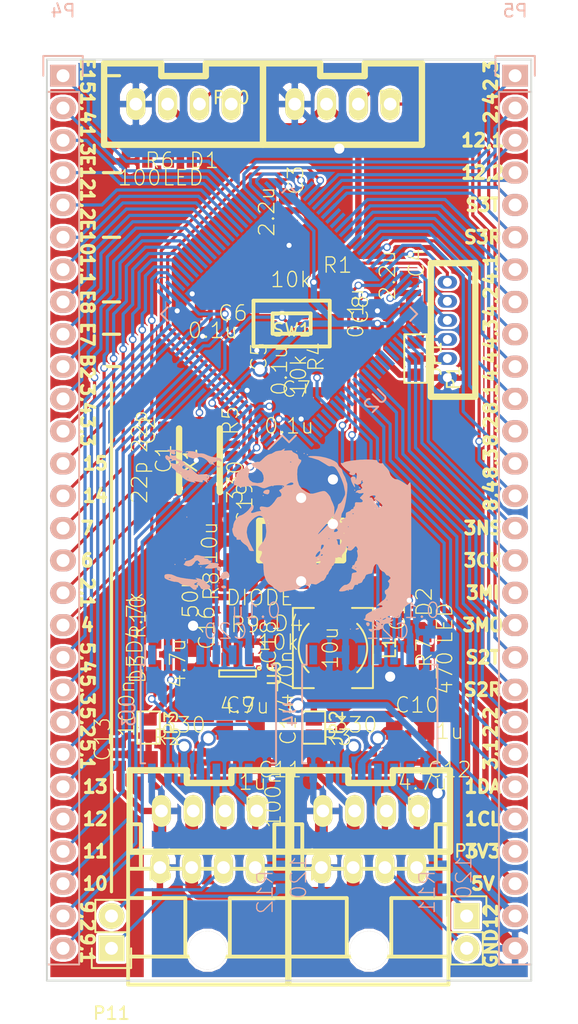
<source format=kicad_pcb>
(kicad_pcb (version 4) (host pcbnew 4.0.5)
  (layers (0 F.Cu signal) (31 B.Cu signal) (34 B.Paste user) (35 F.Paste user) (36 B.SilkS user) (37 F.SilkS user) (38 B.Mask user) (39 F.Mask user) (44 Edge.Cuts user))
  (net 0 "")
  (net 1 GND)
  (net 2 "Net-(C1-Pad2)")
  (net 3 "Net-(C2-Pad2)")
  (net 4 "Net-(C3-Pad1)")
  (net 5 "Net-(C4-Pad1)")
  (net 6 +3.3V)
  (net 7 "Net-(C18-Pad1)")
  (net 8 /BOOT0)
  (net 9 /SWDIO)
  (net 10 +12V)
  (net 11 "Net-(R5-Pad1)")
  (net 12 /SWDCK)
  (net 13 /USART1_TX)
  (net 14 /USART1_RX)
  (net 15 /USART2_RX)
  (net 16 /USART2_TX)
  (net 17 /USART3_RX)
  (net 18 /USART3_TX)
  (net 19 /NRST)
  (net 20 "Net-(JP1-Pad2)")
  (net 21 "Net-(C9-Pad1)")
  (net 22 DGND)
  (net 23 "Net-(C10-Pad1)")
  (net 24 "Net-(C11-Pad2)")
  (net 25 "Net-(C12-Pad2)")
  (net 26 /CAN_12V)
  (net 27 +5V)
  (net 28 "Net-(C18-Pad2)")
  (net 29 "Net-(D1-Pad2)")
  (net 30 "Net-(D2-Pad2)")
  (net 31 "Net-(D3-Pad2)")
  (net 32 /CAN2_L)
  (net 33 /CAN2_H)
  (net 34 /TIM9_CH1)
  (net 35 /TIM9_CH2)
  (net 36 /ADC_IN10)
  (net 37 /ADC_IN11)
  (net 38 /ADC_IN12)
  (net 39 /ADC_IN13)
  (net 40 /TIM5_CH1)
  (net 41 /TIM5_CH2)
  (net 42 /TIM5_CH3)
  (net 43 /TIM5_CH4)
  (net 44 /ADC1_IN4)
  (net 45 /TIM2_CH1)
  (net 46 /ADC1_6)
  (net 47 /ADC1_7)
  (net 48 /ADC_IN14)
  (net 49 /ADC_IN15)
  (net 50 /TIM3_CH3)
  (net 51 /TIM3_CH4)
  (net 52 /GPIO_PB2)
  (net 53 /GPIO_PE7)
  (net 54 /GPIO_PE8)
  (net 55 /TIM1_CH1)
  (net 56 /GPIO_PE10)
  (net 57 /TIM1_CH2)
  (net 58 /GPIO_PE12)
  (net 59 /TIM1_CH3)
  (net 60 /TIM1_CH4)
  (net 61 /GPIO_PE15)
  (net 62 /TIM2_CH3)
  (net 63 /TIM2_CH4)
  (net 64 /TIM12_CH1)
  (net 65 /TIM12_CH2)
  (net 66 /TIM4_CH1)
  (net 67 /TIM4_CH2)
  (net 68 /TIM4_CH3)
  (net 69 /TIM4_CH4)
  (net 70 /TIM8_CH1)
  (net 71 /TIM8_CH2)
  (net 72 /TIM8_CH3)
  (net 73 /TIM8_CH4)
  (net 74 /SPI3_NSS)
  (net 75 /SPI3_SCK)
  (net 76 /SPI3_MISO)
  (net 77 /SPI3_MOSI)
  (net 78 /TIM2_CH2)
  (net 79 /TIM3_CH1)
  (net 80 /I2C1_SCL)
  (net 81 /I2C1_SDA)
  (net 82 "Net-(P6-Pad1)")
  (net 83 /CAN1_H)
  (net 84 /CAN1_L)
  (net 85 "Net-(P11-Pad1)")
  (net 86 /DCDC_FB)
  (net 87 /CAN1_TX)
  (net 88 /CAN1_RX)
  (net 89 /CAN2_RX)
  (net 90 /CAN2_TX)
  (module Pin_Headers:Pin_Header_Straight_1x28 (layer B.Cu) (at 36.83 1.27 180)
    (fp_text reference P5 (at 0 5.1 180) (layer B.SilkS) (effects (justify mirror)))
    (fp_text value CONN_01X28)
    (pad 1 thru_hole rect (at 0 0 180) (size 2.032 1.7272) (drill 1.016) (layers *.Cu *.Mask B.SilkS) (net 62 /TIM2_CH3))
    (pad 2 thru_hole oval (at 0 -2.54 180) (size 2.032 1.7272) (drill 1.016) (layers *.Cu *.Mask B.SilkS) (net 63 /TIM2_CH4))
    (pad 3 thru_hole oval (at 0 -5.08 180) (size 2.032 1.7272) (drill 1.016) (layers *.Cu *.Mask B.SilkS) (net 64 /TIM12_CH1))
    (pad 4 thru_hole oval (at 0 -7.62 180) (size 2.032 1.7272) (drill 1.016) (layers *.Cu *.Mask B.SilkS) (net 65 /TIM12_CH2))
    (pad 5 thru_hole oval (at 0 -10.16 180) (size 2.032 1.7272) (drill 1.016) (layers *.Cu *.Mask B.SilkS) (net 18 /USART3_TX))
    (pad 6 thru_hole oval (at 0 -12.7 180) (size 2.032 1.7272) (drill 1.016) (layers *.Cu *.Mask B.SilkS) (net 17 /USART3_RX))
    (pad 7 thru_hole oval (at 0 -15.24 180) (size 2.032 1.7272) (drill 1.016) (layers *.Cu *.Mask B.SilkS) (net 66 /TIM4_CH1))
    (pad 8 thru_hole oval (at 0 -17.78 180) (size 2.032 1.7272) (drill 1.016) (layers *.Cu *.Mask B.SilkS) (net 67 /TIM4_CH2))
    (pad 9 thru_hole oval (at 0 -20.32 180) (size 2.032 1.7272) (drill 1.016) (layers *.Cu *.Mask B.SilkS) (net 68 /TIM4_CH3))
    (pad 10 thru_hole oval (at 0 -22.86 180) (size 2.032 1.7272) (drill 1.016) (layers *.Cu *.Mask B.SilkS) (net 69 /TIM4_CH4))
    (pad 11 thru_hole oval (at 0 -25.4 180) (size 2.032 1.7272) (drill 1.016) (layers *.Cu *.Mask B.SilkS) (net 70 /TIM8_CH1))
    (pad 12 thru_hole oval (at 0 -27.94 180) (size 2.032 1.7272) (drill 1.016) (layers *.Cu *.Mask B.SilkS) (net 71 /TIM8_CH2))
    (pad 13 thru_hole oval (at 0 -30.48 180) (size 2.032 1.7272) (drill 1.016) (layers *.Cu *.Mask B.SilkS) (net 72 /TIM8_CH3))
    (pad 14 thru_hole oval (at 0 -33.02 180) (size 2.032 1.7272) (drill 1.016) (layers *.Cu *.Mask B.SilkS) (net 73 /TIM8_CH4))
    (pad 15 thru_hole oval (at 0 -35.56 180) (size 2.032 1.7272) (drill 1.016) (layers *.Cu *.Mask B.SilkS) (net 74 /SPI3_NSS))
    (pad 16 thru_hole oval (at 0 -38.1 180) (size 2.032 1.7272) (drill 1.016) (layers *.Cu *.Mask B.SilkS) (net 75 /SPI3_SCK))
    (pad 17 thru_hole oval (at 0 -40.64 180) (size 2.032 1.7272) (drill 1.016) (layers *.Cu *.Mask B.SilkS) (net 76 /SPI3_MISO))
    (pad 18 thru_hole oval (at 0 -43.18 180) (size 2.032 1.7272) (drill 1.016) (layers *.Cu *.Mask B.SilkS) (net 77 /SPI3_MOSI))
    (pad 19 thru_hole oval (at 0 -45.72 180) (size 2.032 1.7272) (drill 1.016) (layers *.Cu *.Mask B.SilkS) (net 16 /USART2_TX))
    (pad 20 thru_hole oval (at 0 -48.26 180) (size 2.032 1.7272) (drill 1.016) (layers *.Cu *.Mask B.SilkS) (net 15 /USART2_RX))
    (pad 21 thru_hole oval (at 0 -50.8 180) (size 2.032 1.7272) (drill 1.016) (layers *.Cu *.Mask B.SilkS) (net 78 /TIM2_CH2))
    (pad 22 thru_hole oval (at 0 -53.34 180) (size 2.032 1.7272) (drill 1.016) (layers *.Cu *.Mask B.SilkS) (net 79 /TIM3_CH1))
    (pad 23 thru_hole oval (at 0 -55.88 180) (size 2.032 1.7272) (drill 1.016) (layers *.Cu *.Mask B.SilkS) (net 81 /I2C1_SDA))
    (pad 24 thru_hole oval (at 0 -58.42 180) (size 2.032 1.7272) (drill 1.016) (layers *.Cu *.Mask B.SilkS) (net 80 /I2C1_SCL))
    (pad 25 thru_hole oval (at 0 -60.96 180) (size 2.032 1.7272) (drill 1.016) (layers *.Cu *.Mask B.SilkS) (net 6 +3.3V))
    (pad 26 thru_hole oval (at 0 -63.5 180) (size 2.032 1.7272) (drill 1.016) (layers *.Cu *.Mask B.SilkS) (net 27 +5V))
    (pad 27 thru_hole oval (at 0 -66.04 180) (size 2.032 1.7272) (drill 1.016) (layers *.Cu *.Mask B.SilkS) (net 10 +12V))
    (pad 28 thru_hole oval (at 0 -68.58 180) (size 2.032 1.7272) (drill 1.016) (layers *.Cu *.Mask B.SilkS) (net 1 GND))
  )
  (module RP_KiCAD_Libs:C1608_WP (layer F.Cu) (at 13 43.25 270)
    (fp_text reference R8 (at -0.635 -0.635 270) (layer F.SilkS) (effects (font (size 1.2065 1.2065) (thickness 0.1016)) (justify left bottom)))
    (fp_text value 50k (at 0.75 1 270) (layer F.SilkS) (effects (font (size 1.2065 1.2065) (thickness 0.1016)) (justify left bottom)))
    (pad 1 smd rect (at -0.9 0 270) (size 0.8 1) (layers F.Cu F.Paste F.Mask) (net 27 +5V))
    (pad 2 smd rect (at 0.9 0 270) (size 0.8 1) (layers F.Cu F.Paste F.Mask) (net 86 /DCDC_FB))
  )
  (module RP_KiCAD_Libs:C1608_WP (layer F.Cu) (at 9.25 29.75 90)
    (fp_text reference C2 (at -0.635 -0.635 90) (layer F.SilkS) (effects (font (size 1.2065 1.2065) (thickness 0.1016)) (justify left bottom)))
    (fp_text value 22p (at -1.25 -1.25 90) (layer F.SilkS) (effects (font (size 1.2065 1.2065) (thickness 0.1016)) (justify left bottom)))
    (pad 1 smd rect (at -0.9 0 90) (size 0.8 1) (layers F.Cu F.Paste F.Mask) (net 1 GND))
    (pad 2 smd rect (at 0.9 0 90) (size 0.8 1) (layers F.Cu F.Paste F.Mask) (net 3 "Net-(C2-Pad2)"))
  )
  (module RP_KiCAD_Libs:C1608_WP (layer F.Cu) (at 16.75 25.25 270)
    (fp_text reference C5 (at -0.635 -0.635 270) (layer F.SilkS) (effects (font (size 1.2065 1.2065) (thickness 0.1016)) (justify left bottom)))
    (fp_text value 0.1u (at 1.25 -2.25 270) (layer F.SilkS) (effects (font (size 1.2065 1.2065) (thickness 0.1016)) (justify left bottom)))
    (pad 1 smd rect (at -0.9 0 270) (size 0.8 1) (layers F.Cu F.Paste F.Mask) (net 6 +3.3V))
    (pad 2 smd rect (at 0.9 0 270) (size 0.8 1) (layers F.Cu F.Paste F.Mask) (net 1 GND))
  )
  (module RP_KiCAD_Libs:C1608_WP (layer F.Cu) (at 12.75 20 180)
    (fp_text reference C6 (at -0.635 -0.635 180) (layer F.SilkS) (effects (font (size 1.2065 1.2065) (thickness 0.1016)) (justify left bottom)))
    (fp_text value 0.1u (at 1.75 -2 180) (layer F.SilkS) (effects (font (size 1.2065 1.2065) (thickness 0.1016)) (justify left bottom)))
    (pad 1 smd rect (at -0.9 0 180) (size 0.8 1) (layers F.Cu F.Paste F.Mask) (net 6 +3.3V))
    (pad 2 smd rect (at 0.9 0 180) (size 0.8 1) (layers F.Cu F.Paste F.Mask) (net 1 GND))
  )
  (module RP_KiCAD_Libs:C1608_WP (layer F.Cu) (at 19 27.25)
    (fp_text reference C7 (at -0.635 -0.635) (layer F.SilkS) (effects (font (size 1.2065 1.2065) (thickness 0.1016)) (justify left bottom)))
    (fp_text value 0.1u (at -2 2.25) (layer F.SilkS) (effects (font (size 1.2065 1.2065) (thickness 0.1016)) (justify left bottom)))
    (pad 1 smd rect (at -0.9 0) (size 0.8 1) (layers F.Cu F.Paste F.Mask) (net 6 +3.3V))
    (pad 2 smd rect (at 0.9 0) (size 0.8 1) (layers F.Cu F.Paste F.Mask) (net 1 GND))
  )
  (module RP_KiCAD_Libs:C1608_WP (layer F.Cu) (at 26 20.25 90)
    (fp_text reference C8 (at -0.635 -0.635 90) (layer F.SilkS) (effects (font (size 1.2065 1.2065) (thickness 0.1016)) (justify left bottom)))
    (fp_text value 0.1u (at -1.75 -1 90) (layer F.SilkS) (effects (font (size 1.2065 1.2065) (thickness 0.1016)) (justify left bottom)))
    (pad 1 smd rect (at -0.9 0 90) (size 0.8 1) (layers F.Cu F.Paste F.Mask) (net 6 +3.3V))
    (pad 2 smd rect (at 0.9 0 90) (size 0.8 1) (layers F.Cu F.Paste F.Mask) (net 1 GND))
  )
  (module RP_KiCAD_Libs:C3216 (layer F.Cu) (at 25 38 90)
    (fp_text reference C17 (at -1.27 -1.27 90) (layer F.SilkS) (effects (font (size 1.2065 1.2065) (thickness 0.1016)) (justify left bottom)))
    (fp_text value 10u (at -1.27 2.54 90) (layer F.SilkS) (effects (font (size 1.2065 1.2065) (thickness 0.1016)) (justify left bottom)))
    (pad 1 smd rect (at -1.6 0 90) (size 1.6 1.8) (layers F.Cu F.Paste F.Mask) (net 27 +5V))
    (pad 2 smd rect (at 1.6 0 90) (size 1.6 1.8) (layers F.Cu F.Paste F.Mask) (net 1 GND))
  )
  (module RP_KiCAD_Libs:C3216 (layer F.Cu) (at 15 38 270)
    (fp_text reference C19 (at -1.27 -1.27 270) (layer F.SilkS) (effects (font (size 1.2065 1.2065) (thickness 0.1016)) (justify left bottom)))
    (fp_text value 10u (at 1.75 1.5 270) (layer F.SilkS) (effects (font (size 1.2065 1.2065) (thickness 0.1016)) (justify left bottom)))
    (pad 1 smd rect (at -1.6 0 270) (size 1.6 1.8) (layers F.Cu F.Paste F.Mask) (net 6 +3.3V))
    (pad 2 smd rect (at 1.6 0 270) (size 1.6 1.8) (layers F.Cu F.Paste F.Mask) (net 1 GND))
  )
  (module RP_KiCAD_Libs:C3216 (layer F.Cu) (at 16.5 43.75 180)
    (fp_text reference D4 (at -1.27 -1.27 180) (layer F.SilkS) (effects (font (size 1.2065 1.2065) (thickness 0.1016)) (justify left bottom)))
    (fp_text value DIODE (at 2.5 0.75 180) (layer F.SilkS) (effects (font (size 1.2065 1.2065) (thickness 0.1016)) (justify left bottom)))
    (pad 1 smd rect (at -1.6 0 180) (size 1.6 1.8) (layers F.Cu F.Paste F.Mask) (net 28 "Net-(C18-Pad2)"))
    (pad 2 smd rect (at 1.6 0 180) (size 1.6 1.8) (layers F.Cu F.Paste F.Mask) (net 1 GND))
  )
  (module RP_KiCAD_Connector:ZH_6T (layer F.Cu) (at 31.5 25 90)
    (fp_text reference P1 (at 0 0.5 90) (layer F.SilkS))
    (fp_text value CONN_01X06)
    (pad 1 thru_hole oval (at 0 0 90) (size 1 1.524) (drill 0.7) (layers *.Cu *.Mask) (net 1 GND))
    (pad 2 thru_hole oval (at 1.5 0 90) (size 1 1.524) (drill 0.7) (layers *.Cu *.Mask) (net 20 "Net-(JP1-Pad2)"))
    (pad 3 thru_hole oval (at 3 0 90) (size 1 1.524) (drill 0.7) (layers *.Cu *.Mask) (net 12 /SWDCK))
    (pad 4 thru_hole oval (at 4.5 0 90) (size 1 1.524) (drill 0.7) (layers *.Cu *.Mask) (net 9 /SWDIO))
    (pad 5 thru_hole oval (at 6 0 90) (size 1 1.524) (drill 0.7) (layers *.Cu *.Mask) (net 13 /USART1_TX))
    (pad 6 thru_hole oval (at 7.5 0 90) (size 1 1.524) (drill 0.7) (layers *.Cu *.Mask) (net 14 /USART1_RX))
  )
  (module RP_KiCAD_Libs:C1608_WP (layer F.Cu) (at 21.25 25.25 270)
    (fp_text reference R4 (at -0.635 -0.635 270) (layer F.SilkS) (effects (font (size 1.2065 1.2065) (thickness 0.1016)) (justify left bottom)))
    (fp_text value 10k (at 1.25 0.75 270) (layer F.SilkS) (effects (font (size 1.2065 1.2065) (thickness 0.1016)) (justify left bottom)))
    (pad 1 smd rect (at -0.9 0 270) (size 0.8 1) (layers F.Cu F.Paste F.Mask) (net 8 /BOOT0))
    (pad 2 smd rect (at 0.9 0 270) (size 0.8 1) (layers F.Cu F.Paste F.Mask) (net 1 GND))
  )
  (module RP_KiCAD_Libs:C1608_WP (layer F.Cu) (at 14.5 30.25 270)
    (fp_text reference R5 (at -0.635 -0.635 270) (layer F.SilkS) (effects (font (size 1.2065 1.2065) (thickness 0.1016)) (justify left bottom)))
    (fp_text value 330 (at 4.75 -1 270) (layer F.SilkS) (effects (font (size 1.2065 1.2065) (thickness 0.1016)) (justify left bottom)))
    (pad 1 smd rect (at -0.9 0 270) (size 0.8 1) (layers F.Cu F.Paste F.Mask) (net 11 "Net-(R5-Pad1)"))
    (pad 2 smd rect (at 0.9 0 270) (size 0.8 1) (layers F.Cu F.Paste F.Mask) (net 2 "Net-(C1-Pad2)"))
  )
  (module RP_KiCAD_Libs:C1608_WP (layer F.Cu) (at 7 8 180)
    (fp_text reference R6 (at -0.635 -0.635 180) (layer F.SilkS) (effects (font (size 1.2065 1.2065) (thickness 0.1016)) (justify left bottom)))
    (fp_text value 100 (at 1.5 -2 180) (layer F.SilkS) (effects (font (size 1.2065 1.2065) (thickness 0.1016)) (justify left bottom)))
    (pad 1 smd rect (at -0.9 0 180) (size 0.8 1) (layers F.Cu F.Paste F.Mask) (net 29 "Net-(D1-Pad2)"))
    (pad 2 smd rect (at 0.9 0 180) (size 0.8 1) (layers F.Cu F.Paste F.Mask) (net 1 GND))
  )
  (module RP_KiCAD_Libs:C1608_WP (layer F.Cu) (at 29.75 48.5 270)
    (fp_text reference R7 (at -0.635 -0.635 270) (layer F.SilkS) (effects (font (size 1.2065 1.2065) (thickness 0.1016)) (justify left bottom)))
    (fp_text value 470 (at 1.5 -2.25 270) (layer F.SilkS) (effects (font (size 1.2065 1.2065) (thickness 0.1016)) (justify left bottom)))
    (pad 1 smd rect (at -0.9 0 270) (size 0.8 1) (layers F.Cu F.Paste F.Mask) (net 30 "Net-(D2-Pad2)"))
    (pad 2 smd rect (at 0.9 0 270) (size 0.8 1) (layers F.Cu F.Paste F.Mask) (net 1 GND))
  )
  (module RP_KiCAD_Libs:C1608_WP (layer F.Cu) (at 15 45.75)
    (fp_text reference R9 (at -0.635 -0.635) (layer F.SilkS) (effects (font (size 1.2065 1.2065) (thickness 0.1016)) (justify left bottom)))
    (fp_text value 10k (at 1.5 0.75) (layer F.SilkS) (effects (font (size 1.2065 1.2065) (thickness 0.1016)) (justify left bottom)))
    (pad 1 smd rect (at -0.9 0) (size 0.8 1) (layers F.Cu F.Paste F.Mask) (net 86 /DCDC_FB))
    (pad 2 smd rect (at 0.9 0) (size 0.8 1) (layers F.Cu F.Paste F.Mask) (net 1 GND))
  )
  (module RP_KiCAD_Libs:C1608_WP (layer F.Cu) (at 8.5 45 90)
    (fp_text reference R10 (at -0.635 -0.635 90) (layer F.SilkS) (effects (font (size 1.2065 1.2065) (thickness 0.1016)) (justify left bottom)))
    (fp_text value 4.7k (at -0.72 -0.88 90) (layer F.SilkS) (effects (font (size 1.2065 1.2065) (thickness 0.1016)) (justify left bottom)))
    (pad 1 smd rect (at -0.9 0 90) (size 0.8 1) (layers F.Cu F.Paste F.Mask) (net 31 "Net-(D3-Pad2)"))
    (pad 2 smd rect (at 0.9 0 90) (size 0.8 1) (layers F.Cu F.Paste F.Mask) (net 22 DGND))
  )
  (module RP_KiCAD_Libs:C1608_WP (layer B.Cu) (at 31.25 64.25 270)
    (fp_text reference R11 (at -0.635 0.635 270) (layer B.SilkS) (effects (font (size 1.2065 1.2065) (thickness 0.1016)) (justify left bottom mirror)))
    (fp_text value 120 (at -1.75 -2.25 270) (layer B.SilkS) (effects (font (size 1.2065 1.2065) (thickness 0.1016)) (justify left bottom mirror)))
    (pad 1 smd rect (at -0.9 0 270) (size 0.8 1) (layers B.Cu B.Paste B.Mask) (net 84 /CAN1_L))
    (pad 2 smd rect (at 0.9 0 270) (size 0.8 1) (layers B.Cu B.Paste B.Mask) (net 82 "Net-(P6-Pad1)"))
  )
  (module RP_KiCAD_Libs:C1608_WP (layer B.Cu) (at 18.5 64.25 270)
    (fp_text reference R12 (at -0.635 0.635 270) (layer B.SilkS) (effects (font (size 1.2065 1.2065) (thickness 0.1016)) (justify left bottom mirror)))
    (fp_text value 120 (at -1.75 -2 270) (layer B.SilkS) (effects (font (size 1.2065 1.2065) (thickness 0.1016)) (justify left bottom mirror)))
    (pad 1 smd rect (at -0.9 0 270) (size 0.8 1) (layers B.Cu B.Paste B.Mask) (net 32 /CAN2_L))
    (pad 2 smd rect (at 0.9 0 270) (size 0.8 1) (layers B.Cu B.Paste B.Mask) (net 85 "Net-(P11-Pad1)"))
  )
  (module Housings_QFP:LQFP-100_14x14mm_Pitch0.5mm (layer B.Cu) (at 19.05 20 45)
    (fp_text reference U2 (at 0 9.649999 45) (layer B.SilkS) (effects (justify mirror)))
    (fp_text value STM32F407VG)
    (pad 1 smd rect (at -7.9 6 45) (size 1.5 0.28) (layers B.Cu B.Paste B.Mask))
    (pad 2 smd rect (at -7.9 5.5 45) (size 1.5 0.28) (layers B.Cu B.Paste B.Mask))
    (pad 3 smd rect (at -7.9 5 45) (size 1.5 0.28) (layers B.Cu B.Paste B.Mask))
    (pad 4 smd rect (at -7.9 4.5 45) (size 1.5 0.28) (layers B.Cu B.Paste B.Mask) (net 34 /TIM9_CH1))
    (pad 5 smd rect (at -7.9 4 45) (size 1.5 0.28) (layers B.Cu B.Paste B.Mask) (net 35 /TIM9_CH2))
    (pad 6 smd rect (at -7.9 3.5 45) (size 1.5 0.28) (layers B.Cu B.Paste B.Mask) (net 6 +3.3V))
    (pad 7 smd rect (at -7.9 3 45) (size 1.5 0.28) (layers B.Cu B.Paste B.Mask))
    (pad 8 smd rect (at -7.9 2.5 45) (size 1.5 0.28) (layers B.Cu B.Paste B.Mask))
    (pad 9 smd rect (at -7.9 2 45) (size 1.5 0.28) (layers B.Cu B.Paste B.Mask))
    (pad 10 smd rect (at -7.9 1.5 45) (size 1.5 0.28) (layers B.Cu B.Paste B.Mask) (net 1 GND))
    (pad 11 smd rect (at -7.9 1 45) (size 1.5 0.28) (layers B.Cu B.Paste B.Mask) (net 6 +3.3V))
    (pad 12 smd rect (at -7.9 0.5 45) (size 1.5 0.28) (layers B.Cu B.Paste B.Mask) (net 11 "Net-(R5-Pad1)"))
    (pad 13 smd rect (at -7.9 0 45) (size 1.5 0.28) (layers B.Cu B.Paste B.Mask) (net 3 "Net-(C2-Pad2)"))
    (pad 14 smd rect (at -7.9 -0.5 45) (size 1.5 0.28) (layers B.Cu B.Paste B.Mask) (net 19 /NRST))
    (pad 15 smd rect (at -7.9 -1 45) (size 1.5 0.28) (layers B.Cu B.Paste B.Mask) (net 36 /ADC_IN10))
    (pad 16 smd rect (at -7.9 -1.5 45) (size 1.5 0.28) (layers B.Cu B.Paste B.Mask) (net 37 /ADC_IN11))
    (pad 17 smd rect (at -7.9 -2 45) (size 1.5 0.28) (layers B.Cu B.Paste B.Mask) (net 38 /ADC_IN12))
    (pad 18 smd rect (at -7.9 -2.5 45) (size 1.5 0.28) (layers B.Cu B.Paste B.Mask) (net 39 /ADC_IN13))
    (pad 19 smd rect (at -7.9 -3 45) (size 1.5 0.28) (layers B.Cu B.Paste B.Mask) (net 6 +3.3V))
    (pad 20 smd rect (at -7.9 -3.5 45) (size 1.5 0.28) (layers B.Cu B.Paste B.Mask) (net 1 GND))
    (pad 21 smd rect (at -7.9 -4 45) (size 1.5 0.28) (layers B.Cu B.Paste B.Mask) (net 6 +3.3V))
    (pad 22 smd rect (at -7.9 -4.5 45) (size 1.5 0.28) (layers B.Cu B.Paste B.Mask) (net 6 +3.3V))
    (pad 23 smd rect (at -7.9 -5 45) (size 1.5 0.28) (layers B.Cu B.Paste B.Mask) (net 40 /TIM5_CH1))
    (pad 24 smd rect (at -7.9 -5.5 45) (size 1.5 0.28) (layers B.Cu B.Paste B.Mask) (net 41 /TIM5_CH2))
    (pad 25 smd rect (at -7.9 -6 45) (size 1.5 0.28) (layers B.Cu B.Paste B.Mask) (net 42 /TIM5_CH3))
    (pad 26 smd rect (at -6 -7.9 315) (size 1.5 0.28) (layers B.Cu B.Paste B.Mask) (net 43 /TIM5_CH4))
    (pad 27 smd rect (at -5.5 -7.9 315) (size 1.5 0.28) (layers B.Cu B.Paste B.Mask) (net 1 GND))
    (pad 28 smd rect (at -5 -7.9 315) (size 1.5 0.28) (layers B.Cu B.Paste B.Mask) (net 6 +3.3V))
    (pad 29 smd rect (at -4.5 -7.9 315) (size 1.5 0.28) (layers B.Cu B.Paste B.Mask) (net 44 /ADC1_IN4))
    (pad 30 smd rect (at -4 -7.9 315) (size 1.5 0.28) (layers B.Cu B.Paste B.Mask) (net 45 /TIM2_CH1))
    (pad 31 smd rect (at -3.5 -7.9 315) (size 1.5 0.28) (layers B.Cu B.Paste B.Mask) (net 46 /ADC1_6))
    (pad 32 smd rect (at -3 -7.9 315) (size 1.5 0.28) (layers B.Cu B.Paste B.Mask) (net 47 /ADC1_7))
    (pad 33 smd rect (at -2.5 -7.9 315) (size 1.5 0.28) (layers B.Cu B.Paste B.Mask) (net 48 /ADC_IN14))
    (pad 34 smd rect (at -2 -7.9 315) (size 1.5 0.28) (layers B.Cu B.Paste B.Mask) (net 49 /ADC_IN15))
    (pad 35 smd rect (at -1.5 -7.9 315) (size 1.5 0.28) (layers B.Cu B.Paste B.Mask) (net 50 /TIM3_CH3))
    (pad 36 smd rect (at -1 -7.9 315) (size 1.5 0.28) (layers B.Cu B.Paste B.Mask) (net 51 /TIM3_CH4))
    (pad 37 smd rect (at -0.5 -7.9 315) (size 1.5 0.28) (layers B.Cu B.Paste B.Mask) (net 52 /GPIO_PB2))
    (pad 38 smd rect (at 0 -7.9 315) (size 1.5 0.28) (layers B.Cu B.Paste B.Mask) (net 53 /GPIO_PE7))
    (pad 39 smd rect (at 0.5 -7.9 315) (size 1.5 0.28) (layers B.Cu B.Paste B.Mask) (net 54 /GPIO_PE8))
    (pad 40 smd rect (at 1 -7.9 315) (size 1.5 0.28) (layers B.Cu B.Paste B.Mask) (net 55 /TIM1_CH1))
    (pad 41 smd rect (at 1.5 -7.9 315) (size 1.5 0.28) (layers B.Cu B.Paste B.Mask) (net 56 /GPIO_PE10))
    (pad 42 smd rect (at 2 -7.9 315) (size 1.5 0.28) (layers B.Cu B.Paste B.Mask) (net 57 /TIM1_CH2))
    (pad 43 smd rect (at 2.5 -7.9 315) (size 1.5 0.28) (layers B.Cu B.Paste B.Mask) (net 58 /GPIO_PE12))
    (pad 44 smd rect (at 3 -7.9 315) (size 1.5 0.28) (layers B.Cu B.Paste B.Mask) (net 59 /TIM1_CH3))
    (pad 45 smd rect (at 3.5 -7.9 315) (size 1.5 0.28) (layers B.Cu B.Paste B.Mask) (net 60 /TIM1_CH4))
    (pad 46 smd rect (at 4 -7.9 315) (size 1.5 0.28) (layers B.Cu B.Paste B.Mask) (net 61 /GPIO_PE15))
    (pad 47 smd rect (at 4.5 -7.9 315) (size 1.5 0.28) (layers B.Cu B.Paste B.Mask) (net 62 /TIM2_CH3))
    (pad 48 smd rect (at 5 -7.9 315) (size 1.5 0.28) (layers B.Cu B.Paste B.Mask) (net 63 /TIM2_CH4))
    (pad 49 smd rect (at 5.5 -7.9 315) (size 1.5 0.28) (layers B.Cu B.Paste B.Mask) (net 4 "Net-(C3-Pad1)"))
    (pad 50 smd rect (at 6 -7.9 315) (size 1.5 0.28) (layers B.Cu B.Paste B.Mask) (net 6 +3.3V))
    (pad 51 smd rect (at 7.9 -6 45) (size 1.5 0.28) (layers B.Cu B.Paste B.Mask) (net 89 /CAN2_RX))
    (pad 52 smd rect (at 7.9 -5.5 45) (size 1.5 0.28) (layers B.Cu B.Paste B.Mask) (net 90 /CAN2_TX))
    (pad 53 smd rect (at 7.9 -5 45) (size 1.5 0.28) (layers B.Cu B.Paste B.Mask) (net 64 /TIM12_CH1))
    (pad 54 smd rect (at 7.9 -4.5 45) (size 1.5 0.28) (layers B.Cu B.Paste B.Mask) (net 65 /TIM12_CH2))
    (pad 55 smd rect (at 7.9 -4 45) (size 1.5 0.28) (layers B.Cu B.Paste B.Mask) (net 18 /USART3_TX))
    (pad 56 smd rect (at 7.9 -3.5 45) (size 1.5 0.28) (layers B.Cu B.Paste B.Mask) (net 17 /USART3_RX))
    (pad 57 smd rect (at 7.9 -3 45) (size 1.5 0.28) (layers B.Cu B.Paste B.Mask))
    (pad 58 smd rect (at 7.9 -2.5 45) (size 1.5 0.28) (layers B.Cu B.Paste B.Mask))
    (pad 59 smd rect (at 7.9 -2 45) (size 1.5 0.28) (layers B.Cu B.Paste B.Mask) (net 66 /TIM4_CH1))
    (pad 60 smd rect (at 7.9 -1.5 45) (size 1.5 0.28) (layers B.Cu B.Paste B.Mask) (net 67 /TIM4_CH2))
    (pad 61 smd rect (at 7.9 -1 45) (size 1.5 0.28) (layers B.Cu B.Paste B.Mask) (net 68 /TIM4_CH3))
    (pad 62 smd rect (at 7.9 -0.5 45) (size 1.5 0.28) (layers B.Cu B.Paste B.Mask) (net 69 /TIM4_CH4))
    (pad 63 smd rect (at 7.9 0 45) (size 1.5 0.28) (layers B.Cu B.Paste B.Mask) (net 70 /TIM8_CH1))
    (pad 64 smd rect (at 7.9 0.5 45) (size 1.5 0.28) (layers B.Cu B.Paste B.Mask) (net 71 /TIM8_CH2))
    (pad 65 smd rect (at 7.9 1 45) (size 1.5 0.28) (layers B.Cu B.Paste B.Mask) (net 72 /TIM8_CH3))
    (pad 66 smd rect (at 7.9 1.5 45) (size 1.5 0.28) (layers B.Cu B.Paste B.Mask) (net 73 /TIM8_CH4))
    (pad 67 smd rect (at 7.9 2 45) (size 1.5 0.28) (layers B.Cu B.Paste B.Mask))
    (pad 68 smd rect (at 7.9 2.5 45) (size 1.5 0.28) (layers B.Cu B.Paste B.Mask) (net 13 /USART1_TX))
    (pad 69 smd rect (at 7.9 3 45) (size 1.5 0.28) (layers B.Cu B.Paste B.Mask) (net 14 /USART1_RX))
    (pad 70 smd rect (at 7.9 3.5 45) (size 1.5 0.28) (layers B.Cu B.Paste B.Mask) (net 88 /CAN1_RX))
    (pad 71 smd rect (at 7.9 4 45) (size 1.5 0.28) (layers B.Cu B.Paste B.Mask) (net 87 /CAN1_TX))
    (pad 72 smd rect (at 7.9 4.5 45) (size 1.5 0.28) (layers B.Cu B.Paste B.Mask) (net 9 /SWDIO))
    (pad 73 smd rect (at 7.9 5 45) (size 1.5 0.28) (layers B.Cu B.Paste B.Mask) (net 5 "Net-(C4-Pad1)"))
    (pad 74 smd rect (at 7.9 5.5 45) (size 1.5 0.28) (layers B.Cu B.Paste B.Mask) (net 1 GND))
    (pad 75 smd rect (at 7.9 6 45) (size 1.5 0.28) (layers B.Cu B.Paste B.Mask) (net 6 +3.3V))
    (pad 76 smd rect (at 6 7.9 315) (size 1.5 0.28) (layers B.Cu B.Paste B.Mask) (net 12 /SWDCK))
    (pad 77 smd rect (at 5.5 7.9 315) (size 1.5 0.28) (layers B.Cu B.Paste B.Mask) (net 74 /SPI3_NSS))
    (pad 78 smd rect (at 5 7.9 315) (size 1.5 0.28) (layers B.Cu B.Paste B.Mask) (net 75 /SPI3_SCK))
    (pad 79 smd rect (at 4.5 7.9 315) (size 1.5 0.28) (layers B.Cu B.Paste B.Mask) (net 76 /SPI3_MISO))
    (pad 80 smd rect (at 4 7.9 315) (size 1.5 0.28) (layers B.Cu B.Paste B.Mask) (net 77 /SPI3_MOSI))
    (pad 81 smd rect (at 3.5 7.9 315) (size 1.5 0.28) (layers B.Cu B.Paste B.Mask))
    (pad 82 smd rect (at 3 7.9 315) (size 1.5 0.28) (layers B.Cu B.Paste B.Mask))
    (pad 83 smd rect (at 2.5 7.9 315) (size 1.5 0.28) (layers B.Cu B.Paste B.Mask))
    (pad 84 smd rect (at 2 7.9 315) (size 1.5 0.28) (layers B.Cu B.Paste B.Mask))
    (pad 85 smd rect (at 1.5 7.9 315) (size 1.5 0.28) (layers B.Cu B.Paste B.Mask))
    (pad 86 smd rect (at 1 7.9 315) (size 1.5 0.28) (layers B.Cu B.Paste B.Mask) (net 16 /USART2_TX))
    (pad 87 smd rect (at 0.5 7.9 315) (size 1.5 0.28) (layers B.Cu B.Paste B.Mask) (net 15 /USART2_RX))
    (pad 88 smd rect (at 0 7.9 315) (size 1.5 0.28) (layers B.Cu B.Paste B.Mask))
    (pad 89 smd rect (at -0.5 7.9 315) (size 1.5 0.28) (layers B.Cu B.Paste B.Mask) (net 78 /TIM2_CH2))
    (pad 90 smd rect (at -1 7.9 315) (size 1.5 0.28) (layers B.Cu B.Paste B.Mask) (net 79 /TIM3_CH1))
    (pad 91 smd rect (at -1.5 7.9 315) (size 1.5 0.28) (layers B.Cu B.Paste B.Mask))
    (pad 92 smd rect (at -2 7.9 315) (size 1.5 0.28) (layers B.Cu B.Paste B.Mask) (net 81 /I2C1_SDA))
    (pad 93 smd rect (at -2.5 7.9 315) (size 1.5 0.28) (layers B.Cu B.Paste B.Mask) (net 80 /I2C1_SCL))
    (pad 94 smd rect (at -3 7.9 315) (size 1.5 0.28) (layers B.Cu B.Paste B.Mask) (net 8 /BOOT0))
    (pad 95 smd rect (at -3.5 7.9 315) (size 1.5 0.28) (layers B.Cu B.Paste B.Mask))
    (pad 96 smd rect (at -4 7.9 315) (size 1.5 0.28) (layers B.Cu B.Paste B.Mask))
    (pad 97 smd rect (at -4.5 7.9 315) (size 1.5 0.28) (layers B.Cu B.Paste B.Mask))
    (pad 98 smd rect (at -5 7.9 315) (size 1.5 0.28) (layers B.Cu B.Paste B.Mask))
    (pad 99 smd rect (at -5.5 7.9 315) (size 1.5 0.28) (layers B.Cu B.Paste B.Mask) (net 1 GND))
    (pad 100 smd rect (at -6 7.9 315) (size 1.5 0.28) (layers B.Cu B.Paste B.Mask) (net 6 +3.3V))
  )
  (module Crystals:ABM3_2pads (layer F.Cu) (at 12 31.5 270)
    (fp_text reference X1 (at 0 0.7 270) (layer F.SilkS))
    (fp_text value CRYSTAL)
    (pad 1 smd rect (at -2.3 0 270) (size 2.2 2.6) (layers F.Cu F.Paste F.Mask) (net 3 "Net-(C2-Pad2)"))
    (pad 2 smd rect (at 2.3 0 270) (size 2 2.6) (layers F.Cu F.Paste F.Mask) (net 2 "Net-(C1-Pad2)"))
  )
  (module RP_KiCAD_Connector:XA_4T (layer F.Cu) (at 27 3.5 180)
    (fp_text reference P9 (at 0 0.5 180) (layer F.SilkS))
    (fp_text value CONN_01X04)
    (pad 4 thru_hole oval (at 0 0 180) (size 1.5 2.5) (drill 1) (layers *.Cu *.Mask F.SilkS) (net 15 /USART2_RX))
    (pad 3 thru_hole oval (at 2.5 0 180) (size 1.5 2.5) (drill 1) (layers *.Cu *.Mask F.SilkS) (net 16 /USART2_TX))
    (pad 2 thru_hole oval (at 5 0 180) (size 1.5 2.5) (drill 1) (layers *.Cu *.Mask F.SilkS) (net 6 +3.3V))
    (pad 1 thru_hole oval (at 7.5 0 180) (size 1.5 2.5) (drill 1) (layers *.Cu *.Mask F.SilkS) (net 1 GND))
  )
  (module RP_KiCAD_Connector:XA_4T (layer F.Cu) (at 14.5 3.5 180)
    (fp_text reference P10 (at 0 0.5 180) (layer F.SilkS))
    (fp_text value CONN_01X04)
    (pad 4 thru_hole oval (at 0 0 180) (size 1.5 2.5) (drill 1) (layers *.Cu *.Mask F.SilkS) (net 17 /USART3_RX))
    (pad 3 thru_hole oval (at 2.5 0 180) (size 1.5 2.5) (drill 1) (layers *.Cu *.Mask F.SilkS) (net 18 /USART3_TX))
    (pad 2 thru_hole oval (at 5 0 180) (size 1.5 2.5) (drill 1) (layers *.Cu *.Mask F.SilkS) (net 6 +3.3V))
    (pad 1 thru_hole oval (at 7.5 0 180) (size 1.5 2.5) (drill 1) (layers *.Cu *.Mask F.SilkS) (net 1 GND))
  )
  (module Connect:GS3 (layer F.Cu) (at 29 23.5)
    (fp_text reference JP1 (at 1.524 0 90) (layer F.SilkS))
    (fp_text value JUMPER3)
    (pad 1 smd rect (at 0 -1.27) (size 1.27 0.9652) (layers F.Cu F.Paste F.Mask) (net 19 /NRST))
    (pad 2 smd rect (at 0 0) (size 1.27 0.9652) (layers F.Cu F.Paste F.Mask) (net 20 "Net-(JP1-Pad2)"))
    (pad 3 smd rect (at 0 1.27) (size 1.27 0.9652) (layers F.Cu F.Paste F.Mask) (net 6 +3.3V))
  )
  (module RP_KiCAD_Libs:C1608_WP (layer F.Cu) (at 9.25 33.25 270)
    (fp_text reference C1 (at -0.635 -0.635 270) (layer F.SilkS) (effects (font (size 1.2065 1.2065) (thickness 0.1016)) (justify left bottom)))
    (fp_text value 22p (at 1.75 1.25 270) (layer F.SilkS) (effects (font (size 1.2065 1.2065) (thickness 0.1016)) (justify left bottom)))
    (pad 1 smd rect (at -0.9 0 270) (size 0.8 1) (layers F.Cu F.Paste F.Mask) (net 1 GND))
    (pad 2 smd rect (at 0.9 0 270) (size 0.8 1) (layers F.Cu F.Paste F.Mask) (net 2 "Net-(C1-Pad2)"))
  )
  (module RP_KiCAD_Libs:C1608_WP (layer F.Cu) (at 5.715 54.61 90)
    (fp_text reference C13 (at -0.635 -0.635 90) (layer F.SilkS) (effects (font (size 1.2065 1.2065) (thickness 0.1016)) (justify left bottom)))
    (fp_text value 100n (at 1.27 1.27 90) (layer F.SilkS) (effects (font (size 1.2065 1.2065) (thickness 0.1016)) (justify left bottom)))
    (pad 1 smd rect (at -0.9 0 90) (size 0.8 1) (layers F.Cu F.Paste F.Mask) (net 22 DGND))
    (pad 2 smd rect (at 0.9 0 90) (size 0.8 1) (layers F.Cu F.Paste F.Mask) (net 26 /CAN_12V))
  )
  (module RP_KiCAD_Libs:C1608_WP (layer F.Cu) (at 19.05 54.61 270)
    (fp_text reference C14 (at -0.635 -0.635 270) (layer F.SilkS) (effects (font (size 1.2065 1.2065) (thickness 0.1016)) (justify left bottom)))
    (fp_text value 100n (at 5.89 0.55 270) (layer F.SilkS) (effects (font (size 1.2065 1.2065) (thickness 0.1016)) (justify left bottom)))
    (pad 1 smd rect (at -0.9 0 270) (size 0.8 1) (layers F.Cu F.Paste F.Mask) (net 22 DGND))
    (pad 2 smd rect (at 0.9 0 270) (size 0.8 1) (layers F.Cu F.Paste F.Mask) (net 26 /CAN_12V))
  )
  (module RP_KiCAD_Libs:C3216 (layer F.Cu) (at 27 46.25 270)
    (fp_text reference C15 (at -1.27 -1.27 270) (layer F.SilkS) (effects (font (size 1.2065 1.2065) (thickness 0.1016)) (justify left bottom)))
    (fp_text value 10u (at 1.75 4 270) (layer F.SilkS) (effects (font (size 1.2065 1.2065) (thickness 0.1016)) (justify left bottom)))
    (pad 1 smd rect (at -1.6 0 270) (size 1.6 1.8) (layers F.Cu F.Paste F.Mask) (net 27 +5V))
    (pad 2 smd rect (at 1.6 0 270) (size 1.6 1.8) (layers F.Cu F.Paste F.Mask) (net 1 GND))
  )
  (module RP_KiCAD_Libs:C3216 (layer F.Cu) (at 12 47.75 270)
    (fp_text reference C16 (at -1.27 -1.27 270) (layer F.SilkS) (effects (font (size 1.2065 1.2065) (thickness 0.1016)) (justify left bottom)))
    (fp_text value 4.7u (at 1.75 1 270) (layer F.SilkS) (effects (font (size 1.2065 1.2065) (thickness 0.1016)) (justify left bottom)))
    (pad 1 smd rect (at -1.6 0 270) (size 1.6 1.8) (layers F.Cu F.Paste F.Mask) (net 1 GND))
    (pad 2 smd rect (at 1.6 0 270) (size 1.6 1.8) (layers F.Cu F.Paste F.Mask) (net 10 +12V))
  )
  (module RP_KiCAD_Libs:C1608_WP (layer F.Cu) (at 17.5 48.25 270)
    (fp_text reference C18 (at -0.635 -0.635 270) (layer F.SilkS) (effects (font (size 1.2065 1.2065) (thickness 0.1016)) (justify left bottom)))
    (fp_text value 470n (at 2.75 -2 270) (layer F.SilkS) (effects (font (size 1.2065 1.2065) (thickness 0.1016)) (justify left bottom)))
    (pad 1 smd rect (at -0.9 0 270) (size 0.8 1) (layers F.Cu F.Paste F.Mask) (net 7 "Net-(C18-Pad1)"))
    (pad 2 smd rect (at 0.9 0 270) (size 0.8 1) (layers F.Cu F.Paste F.Mask) (net 28 "Net-(C18-Pad2)"))
  )
  (module RP_KiCAD_Libs:C1608_WP (layer F.Cu) (at 10.5 8 180)
    (fp_text reference D1 (at -0.635 -0.635 180) (layer F.SilkS) (effects (font (size 1.2065 1.2065) (thickness 0.1016)) (justify left bottom)))
    (fp_text value LED (at 1.5 -2 180) (layer F.SilkS) (effects (font (size 1.2065 1.2065) (thickness 0.1016)) (justify left bottom)))
    (pad 1 smd rect (at -0.9 0 180) (size 0.8 1) (layers F.Cu F.Paste F.Mask) (net 6 +3.3V))
    (pad 2 smd rect (at 0.9 0 180) (size 0.8 1) (layers F.Cu F.Paste F.Mask) (net 29 "Net-(D1-Pad2)"))
  )
  (module RP_KiCAD_Libs:C1608_WP (layer F.Cu) (at 29.75 44.5 270)
    (fp_text reference D2 (at -0.635 -0.635 270) (layer F.SilkS) (effects (font (size 1.2065 1.2065) (thickness 0.1016)) (justify left bottom)))
    (fp_text value LED (at 1.5 -2.25 270) (layer F.SilkS) (effects (font (size 1.2065 1.2065) (thickness 0.1016)) (justify left bottom)))
    (pad 1 smd rect (at -0.9 0 270) (size 0.8 1) (layers F.Cu F.Paste F.Mask) (net 27 +5V))
    (pad 2 smd rect (at 0.9 0 270) (size 0.8 1) (layers F.Cu F.Paste F.Mask) (net 30 "Net-(D2-Pad2)"))
  )
  (module RP_KiCAD_Libs:C1608_WP (layer F.Cu) (at 8.5 48.5 90)
    (fp_text reference D3 (at -0.635 -0.635 90) (layer F.SilkS) (effects (font (size 1.2065 1.2065) (thickness 0.1016)) (justify left bottom)))
    (fp_text value LED (at -0.395 -0.88 90) (layer F.SilkS) (effects (font (size 1.2065 1.2065) (thickness 0.1016)) (justify left bottom)))
    (pad 1 smd rect (at -0.9 0 90) (size 0.8 1) (layers F.Cu F.Paste F.Mask) (net 26 /CAN_12V))
    (pad 2 smd rect (at 0.9 0 90) (size 0.8 1) (layers F.Cu F.Paste F.Mask) (net 31 "Net-(D3-Pad2)"))
  )
  (module Connect:GS2 (layer F.Cu) (at 21 52.5)
    (fp_text reference JP2 (at 1.778 0 90) (layer F.SilkS))
    (fp_text value JUMPER)
    (pad 1 smd rect (at 0 -0.635) (size 1.27 0.9652) (layers F.Cu F.Paste F.Mask) (net 1 GND))
    (pad 2 smd rect (at 0 0.635) (size 1.27 0.9652) (layers F.Cu F.Paste F.Mask) (net 22 DGND))
  )
  (module Connect:GS2 (layer F.Cu) (at 8 52.5)
    (fp_text reference JP3 (at 1.778 0 90) (layer F.SilkS))
    (fp_text value JUMPER)
    (pad 1 smd rect (at 0 -0.635) (size 1.27 0.9652) (layers F.Cu F.Paste F.Mask) (net 10 +12V))
    (pad 2 smd rect (at 0 0.635) (size 1.27 0.9652) (layers F.Cu F.Paste F.Mask) (net 26 /CAN_12V))
  )
  (module Choke_SMD:Choke_SMD_6.3x6.3_H3 (layer F.Cu) (at 22.5 46.25 270)
    (fp_text reference L1 (at 0 -4.445 270) (layer F.SilkS))
    (fp_text value 2.2uH)
    (pad 1 smd rect (at -2.75 0 270) (size 1.5 2.4) (layers F.Cu F.Paste F.Mask) (net 27 +5V))
    (pad 2 smd rect (at 2.75 0 270) (size 1.5 2.4) (layers F.Cu F.Paste F.Mask) (net 28 "Net-(C18-Pad2)"))
  )
  (module RP_KiCAD_Connector:XA_4T (layer F.Cu) (at 16.51 59.055 180)
    (fp_text reference P2 (at 0 0.5 180) (layer F.SilkS))
    (fp_text value CONN_01X04)
    (pad 4 thru_hole oval (at 0 0 180) (size 1.5 2.5) (drill 1) (layers *.Cu *.Mask F.SilkS) (net 32 /CAN2_L))
    (pad 3 thru_hole oval (at 2.5 0 180) (size 1.5 2.5) (drill 1) (layers *.Cu *.Mask F.SilkS) (net 33 /CAN2_H))
    (pad 2 thru_hole oval (at 5 0 180) (size 1.5 2.5) (drill 1) (layers *.Cu *.Mask F.SilkS) (net 26 /CAN_12V))
    (pad 1 thru_hole oval (at 7.5 0 180) (size 1.5 2.5) (drill 1) (layers *.Cu *.Mask F.SilkS) (net 22 DGND))
  )
  (module Pin_Headers:Pin_Header_Straight_1x02 (layer F.Cu) (at 33.02 67.31)
    (fp_text reference P6 (at 0 -5.1) (layer F.SilkS))
    (fp_text value CONN_01X02)
    (pad 1 thru_hole rect (at 0 0) (size 2.032 2.032) (drill 1.016) (layers *.Cu *.Mask F.SilkS) (net 82 "Net-(P6-Pad1)"))
    (pad 2 thru_hole oval (at 0 2.54) (size 2.032 2.032) (drill 1.016) (layers *.Cu *.Mask F.SilkS) (net 83 /CAN1_H))
  )
  (module RP_KiCAD_Connector:XA_4T (layer F.Cu) (at 29.21 59.055 180)
    (fp_text reference P8 (at 0 0.5 180) (layer F.SilkS))
    (fp_text value CONN_01X04)
    (pad 4 thru_hole oval (at 0 0 180) (size 1.5 2.5) (drill 1) (layers *.Cu *.Mask F.SilkS) (net 84 /CAN1_L))
    (pad 3 thru_hole oval (at 2.5 0 180) (size 1.5 2.5) (drill 1) (layers *.Cu *.Mask F.SilkS) (net 83 /CAN1_H))
    (pad 2 thru_hole oval (at 5 0 180) (size 1.5 2.5) (drill 1) (layers *.Cu *.Mask F.SilkS) (net 26 /CAN_12V))
    (pad 1 thru_hole oval (at 7.5 0 180) (size 1.5 2.5) (drill 1) (layers *.Cu *.Mask F.SilkS) (net 22 DGND))
  )
  (module Pin_Headers:Pin_Header_Straight_1x02 (layer F.Cu) (at 5.08 69.85 180)
    (fp_text reference P11 (at 0 -5.1 180) (layer F.SilkS))
    (fp_text value CONN_01X02)
    (pad 1 thru_hole rect (at 0 0 180) (size 2.032 2.032) (drill 1.016) (layers *.Cu *.Mask F.SilkS) (net 85 "Net-(P11-Pad1)"))
    (pad 2 thru_hole oval (at 0 2.54 180) (size 2.032 2.032) (drill 1.016) (layers *.Cu *.Mask F.SilkS) (net 33 /CAN2_H))
  )
  (module RP_KiCAD_Libs:C1608_WP (layer F.Cu) (at 22.25 17.5)
    (fp_text reference R1 (at -0.635 -0.635) (layer F.SilkS) (effects (font (size 1.2065 1.2065) (thickness 0.1016)) (justify left bottom)))
    (fp_text value 10k (at -4.75 0.5) (layer F.SilkS) (effects (font (size 1.2065 1.2065) (thickness 0.1016)) (justify left bottom)))
    (pad 1 smd rect (at -0.9 0) (size 0.8 1) (layers F.Cu F.Paste F.Mask) (net 6 +3.3V))
    (pad 2 smd rect (at 0.9 0) (size 0.8 1) (layers F.Cu F.Paste F.Mask) (net 19 /NRST))
  )
  (module Buttons_Switches_SMD:RP_SMD_Button (layer F.Cu) (at 19.25 20.75)
    (fp_text reference SW1 (at 0 0.5) (layer F.SilkS))
    (fp_text value SW_PUSH)
    (pad 1 smd rect (at 2.8 0) (size 2.6 1.5) (layers F.Cu F.Paste F.Mask) (net 19 /NRST))
    (pad 2 smd rect (at -2.8 0) (size 2.6 1.5) (layers F.Cu F.Paste F.Mask) (net 1 GND))
  )
  (module Housings_SOIC:SOIC-16_7.5x10.3mm_Pitch1.27mm (layer B.Cu) (at 12.7 51.435 270)
    (fp_text reference U3 (at 0 6.25 270) (layer B.SilkS) (effects (justify mirror)))
    (fp_text value ADM3052)
    (pad 1 smd rect (at -4.65 4.445 270) (size 1.5 0.6) (layers B.Cu B.Paste B.Mask))
    (pad 2 smd rect (at -4.65 3.175 270) (size 1.5 0.6) (layers B.Cu B.Paste B.Mask) (net 1 GND))
    (pad 3 smd rect (at -4.65 1.905 270) (size 1.5 0.6) (layers B.Cu B.Paste B.Mask) (net 1 GND))
    (pad 4 smd rect (at -4.65 0.635 270) (size 1.5 0.6) (layers B.Cu B.Paste B.Mask))
    (pad 5 smd rect (at -4.65 -0.635 270) (size 1.5 0.6) (layers B.Cu B.Paste B.Mask) (net 89 /CAN2_RX))
    (pad 6 smd rect (at -4.65 -1.905 270) (size 1.5 0.6) (layers B.Cu B.Paste B.Mask) (net 90 /CAN2_TX))
    (pad 7 smd rect (at -4.65 -3.175 270) (size 1.5 0.6) (layers B.Cu B.Paste B.Mask) (net 6 +3.3V))
    (pad 8 smd rect (at -4.65 -4.445 270) (size 1.5 0.6) (layers B.Cu B.Paste B.Mask) (net 1 GND))
    (pad 9 smd rect (at 4.65 -4.445 270) (size 1.5 0.6) (layers B.Cu B.Paste B.Mask) (net 22 DGND))
    (pad 10 smd rect (at 4.65 -3.175 270) (size 1.5 0.6) (layers B.Cu B.Paste B.Mask))
    (pad 11 smd rect (at 4.65 -1.905 270) (size 1.5 0.6) (layers B.Cu B.Paste B.Mask) (net 32 /CAN2_L))
    (pad 12 smd rect (at 4.65 -0.635 270) (size 1.5 0.6) (layers B.Cu B.Paste B.Mask) (net 33 /CAN2_H))
    (pad 13 smd rect (at 4.65 0.635 270) (size 1.5 0.6) (layers B.Cu B.Paste B.Mask) (net 21 "Net-(C9-Pad1)"))
    (pad 14 smd rect (at 4.65 1.905 270) (size 1.5 0.6) (layers B.Cu B.Paste B.Mask) (net 24 "Net-(C11-Pad2)"))
    (pad 15 smd rect (at 4.65 3.175 270) (size 1.5 0.6) (layers B.Cu B.Paste B.Mask) (net 26 /CAN_12V))
    (pad 16 smd rect (at 4.65 4.445 270) (size 1.5 0.6) (layers B.Cu B.Paste B.Mask) (net 22 DGND))
  )
  (module Housings_SOIC:SOIC-16_7.5x10.3mm_Pitch1.27mm (layer B.Cu) (at 25.4 51.435 270)
    (fp_text reference U4 (at 0 6.25 270) (layer B.SilkS) (effects (justify mirror)))
    (fp_text value ADM3052)
    (pad 1 smd rect (at -4.65 4.445 270) (size 1.5 0.6) (layers B.Cu B.Paste B.Mask))
    (pad 2 smd rect (at -4.65 3.175 270) (size 1.5 0.6) (layers B.Cu B.Paste B.Mask) (net 1 GND))
    (pad 3 smd rect (at -4.65 1.905 270) (size 1.5 0.6) (layers B.Cu B.Paste B.Mask) (net 1 GND))
    (pad 4 smd rect (at -4.65 0.635 270) (size 1.5 0.6) (layers B.Cu B.Paste B.Mask))
    (pad 5 smd rect (at -4.65 -0.635 270) (size 1.5 0.6) (layers B.Cu B.Paste B.Mask) (net 88 /CAN1_RX))
    (pad 6 smd rect (at -4.65 -1.905 270) (size 1.5 0.6) (layers B.Cu B.Paste B.Mask) (net 87 /CAN1_TX))
    (pad 7 smd rect (at -4.65 -3.175 270) (size 1.5 0.6) (layers B.Cu B.Paste B.Mask) (net 6 +3.3V))
    (pad 8 smd rect (at -4.65 -4.445 270) (size 1.5 0.6) (layers B.Cu B.Paste B.Mask) (net 1 GND))
    (pad 9 smd rect (at 4.65 -4.445 270) (size 1.5 0.6) (layers B.Cu B.Paste B.Mask) (net 22 DGND))
    (pad 10 smd rect (at 4.65 -3.175 270) (size 1.5 0.6) (layers B.Cu B.Paste B.Mask))
    (pad 11 smd rect (at 4.65 -1.905 270) (size 1.5 0.6) (layers B.Cu B.Paste B.Mask) (net 84 /CAN1_L))
    (pad 12 smd rect (at 4.65 -0.635 270) (size 1.5 0.6) (layers B.Cu B.Paste B.Mask) (net 83 /CAN1_H))
    (pad 13 smd rect (at 4.65 0.635 270) (size 1.5 0.6) (layers B.Cu B.Paste B.Mask) (net 23 "Net-(C10-Pad1)"))
    (pad 14 smd rect (at 4.65 1.905 270) (size 1.5 0.6) (layers B.Cu B.Paste B.Mask) (net 25 "Net-(C12-Pad2)"))
    (pad 15 smd rect (at 4.65 3.175 270) (size 1.5 0.6) (layers B.Cu B.Paste B.Mask) (net 26 /CAN_12V))
    (pad 16 smd rect (at 4.65 4.445 270) (size 1.5 0.6) (layers B.Cu B.Paste B.Mask) (net 22 DGND))
  )
  (module TO_SOT_Packages_SMD:SOT-223_reg (layer F.Cu) (at 20 40.75)
    (fp_text reference U7 (at 0 -2.9) (layer F.SilkS))
    (fp_text value NCP1117ST33T3G)
    (pad 1 smd rect (at -2.3 0) (size 1.2 1.7) (layers F.Cu F.Paste F.Mask) (net 1 GND))
    (pad 2 smd rect (at 0 0) (size 1.2 1.7) (layers F.Cu F.Paste F.Mask) (net 6 +3.3V))
    (pad 3 smd rect (at 2.3 0) (size 1.2 1.7) (layers F.Cu F.Paste F.Mask) (net 27 +5V))
    (pad 2 smd rect (at 0 -6.3) (size 3.3 1.7) (layers F.Cu F.Paste F.Mask) (net 6 +3.3V))
  )
  (module Pin_Headers:Pin_Header_Straight_1x28 (layer B.Cu) (at 1.27 1.27 180)
    (fp_text reference P4 (at 0 5.1 180) (layer B.SilkS) (effects (justify mirror)))
    (fp_text value CONN_01X28)
    (pad 1 thru_hole rect (at 0 0 180) (size 2.032 1.7272) (drill 1.016) (layers *.Cu *.Mask B.SilkS) (net 61 /GPIO_PE15))
    (pad 2 thru_hole oval (at 0 -2.54 180) (size 2.032 1.7272) (drill 1.016) (layers *.Cu *.Mask B.SilkS) (net 60 /TIM1_CH4))
    (pad 3 thru_hole oval (at 0 -5.08 180) (size 2.032 1.7272) (drill 1.016) (layers *.Cu *.Mask B.SilkS) (net 59 /TIM1_CH3))
    (pad 4 thru_hole oval (at 0 -7.62 180) (size 2.032 1.7272) (drill 1.016) (layers *.Cu *.Mask B.SilkS) (net 58 /GPIO_PE12))
    (pad 5 thru_hole oval (at 0 -10.16 180) (size 2.032 1.7272) (drill 1.016) (layers *.Cu *.Mask B.SilkS) (net 57 /TIM1_CH2))
    (pad 6 thru_hole oval (at 0 -12.7 180) (size 2.032 1.7272) (drill 1.016) (layers *.Cu *.Mask B.SilkS) (net 56 /GPIO_PE10))
    (pad 7 thru_hole oval (at 0 -15.24 180) (size 2.032 1.7272) (drill 1.016) (layers *.Cu *.Mask B.SilkS) (net 55 /TIM1_CH1))
    (pad 8 thru_hole oval (at 0 -17.78 180) (size 2.032 1.7272) (drill 1.016) (layers *.Cu *.Mask B.SilkS) (net 54 /GPIO_PE8))
    (pad 9 thru_hole oval (at 0 -20.32 180) (size 2.032 1.7272) (drill 1.016) (layers *.Cu *.Mask B.SilkS) (net 53 /GPIO_PE7))
    (pad 10 thru_hole oval (at 0 -22.86 180) (size 2.032 1.7272) (drill 1.016) (layers *.Cu *.Mask B.SilkS) (net 52 /GPIO_PB2))
    (pad 11 thru_hole oval (at 0 -25.4 180) (size 2.032 1.7272) (drill 1.016) (layers *.Cu *.Mask B.SilkS) (net 51 /TIM3_CH4))
    (pad 12 thru_hole oval (at 0 -27.94 180) (size 2.032 1.7272) (drill 1.016) (layers *.Cu *.Mask B.SilkS) (net 50 /TIM3_CH3))
    (pad 13 thru_hole oval (at 0 -30.48 180) (size 2.032 1.7272) (drill 1.016) (layers *.Cu *.Mask B.SilkS) (net 49 /ADC_IN15))
    (pad 14 thru_hole oval (at 0 -33.02 180) (size 2.032 1.7272) (drill 1.016) (layers *.Cu *.Mask B.SilkS) (net 48 /ADC_IN14))
    (pad 15 thru_hole oval (at 0 -35.56 180) (size 2.032 1.7272) (drill 1.016) (layers *.Cu *.Mask B.SilkS) (net 47 /ADC1_7))
    (pad 16 thru_hole oval (at 0 -38.1 180) (size 2.032 1.7272) (drill 1.016) (layers *.Cu *.Mask B.SilkS) (net 46 /ADC1_6))
    (pad 17 thru_hole oval (at 0 -40.64 180) (size 2.032 1.7272) (drill 1.016) (layers *.Cu *.Mask B.SilkS) (net 45 /TIM2_CH1))
    (pad 18 thru_hole oval (at 0 -43.18 180) (size 2.032 1.7272) (drill 1.016) (layers *.Cu *.Mask B.SilkS) (net 44 /ADC1_IN4))
    (pad 19 thru_hole oval (at 0 -45.72 180) (size 2.032 1.7272) (drill 1.016) (layers *.Cu *.Mask B.SilkS) (net 43 /TIM5_CH4))
    (pad 20 thru_hole oval (at 0 -48.26 180) (size 2.032 1.7272) (drill 1.016) (layers *.Cu *.Mask B.SilkS) (net 42 /TIM5_CH3))
    (pad 21 thru_hole oval (at 0 -50.8 180) (size 2.032 1.7272) (drill 1.016) (layers *.Cu *.Mask B.SilkS) (net 41 /TIM5_CH2))
    (pad 22 thru_hole oval (at 0 -53.34 180) (size 2.032 1.7272) (drill 1.016) (layers *.Cu *.Mask B.SilkS) (net 40 /TIM5_CH1))
    (pad 23 thru_hole oval (at 0 -55.88 180) (size 2.032 1.7272) (drill 1.016) (layers *.Cu *.Mask B.SilkS) (net 39 /ADC_IN13))
    (pad 24 thru_hole oval (at 0 -58.42 180) (size 2.032 1.7272) (drill 1.016) (layers *.Cu *.Mask B.SilkS) (net 38 /ADC_IN12))
    (pad 25 thru_hole oval (at 0 -60.96 180) (size 2.032 1.7272) (drill 1.016) (layers *.Cu *.Mask B.SilkS) (net 37 /ADC_IN11))
    (pad 26 thru_hole oval (at 0 -63.5 180) (size 2.032 1.7272) (drill 1.016) (layers *.Cu *.Mask B.SilkS) (net 36 /ADC_IN10))
    (pad 27 thru_hole oval (at 0 -66.04 180) (size 2.032 1.7272) (drill 1.016) (layers *.Cu *.Mask B.SilkS) (net 35 /TIM9_CH2))
    (pad 28 thru_hole oval (at 0 -68.58 180) (size 2.032 1.7272) (drill 1.016) (layers *.Cu *.Mask B.SilkS) (net 34 /TIM9_CH1))
  )
  (module RP_KiCAD_Connector:XA_4LC (layer F.Cu) (at 8.89 63.5)
    (fp_text reference P3 (at 0 0.5) (layer F.SilkS))
    (fp_text value CONN_01X04)
    (pad 1 thru_hole oval (at 0 0) (size 1.5 2.5) (drill 1) (layers *.Cu *.Mask F.SilkS) (net 22 DGND))
    (pad 2 thru_hole oval (at 2.5 0) (size 1.5 2.5) (drill 1) (layers *.Cu *.Mask F.SilkS) (net 26 /CAN_12V))
    (pad 3 thru_hole oval (at 5 0) (size 1.5 2.5) (drill 1) (layers *.Cu *.Mask F.SilkS) (net 33 /CAN2_H))
    (pad 4 thru_hole oval (at 7.5 0) (size 1.5 2.5) (drill 1) (layers *.Cu *.Mask F.SilkS) (net 32 /CAN2_L))
    (pad "" thru_hole circle (at 3.75 6.5) (size 3 3) (drill 3) (layers *.Cu *.Mask F.SilkS) (clearance -0.3))
  )
  (module RP_KiCAD_Connector:XA_4LC (layer F.Cu) (at 21.59 63.5)
    (fp_text reference P7 (at 0 0.5) (layer F.SilkS))
    (fp_text value CONN_01X04)
    (pad 1 thru_hole oval (at 0 0) (size 1.5 2.5) (drill 1) (layers *.Cu *.Mask F.SilkS) (net 22 DGND))
    (pad 2 thru_hole oval (at 2.5 0) (size 1.5 2.5) (drill 1) (layers *.Cu *.Mask F.SilkS) (net 26 /CAN_12V))
    (pad 3 thru_hole oval (at 5 0) (size 1.5 2.5) (drill 1) (layers *.Cu *.Mask F.SilkS) (net 83 /CAN1_H))
    (pad 4 thru_hole oval (at 7.5 0) (size 1.5 2.5) (drill 1) (layers *.Cu *.Mask F.SilkS) (net 84 /CAN1_L))
    (pad "" thru_hole circle (at 3.75 6.5) (size 3 3) (drill 3) (layers *.Cu *.Mask F.SilkS) (clearance -0.3))
  )
  (module RP_KiCAD_Libs:C3216 (layer F.Cu) (at 9.525 55.245)
    (fp_text reference R2 (at -1.27 -1.27) (layer F.SilkS) (effects (font (size 1.2065 1.2065) (thickness 0.1016)) (justify left bottom)))
    (fp_text value 330 (at -0.525 -2.245) (layer F.SilkS) (effects (font (size 1.2065 1.2065) (thickness 0.1016)) (justify left bottom)))
    (pad 1 smd rect (at -1.6 0) (size 1.6 1.8) (layers F.Cu F.Paste F.Mask) (net 26 /CAN_12V))
    (pad 2 smd rect (at 1.6 0) (size 1.6 1.8) (layers F.Cu F.Paste F.Mask) (net 24 "Net-(C11-Pad2)"))
  )
  (module RP_KiCAD_Libs:C3216 (layer F.Cu) (at 22.86 55.245)
    (fp_text reference R3 (at -1.27 -1.27) (layer F.SilkS) (effects (font (size 1.2065 1.2065) (thickness 0.1016)) (justify left bottom)))
    (fp_text value 330 (at -0.36 -2.245) (layer F.SilkS) (effects (font (size 1.2065 1.2065) (thickness 0.1016)) (justify left bottom)))
    (pad 1 smd rect (at -1.6 0) (size 1.6 1.8) (layers F.Cu F.Paste F.Mask) (net 26 /CAN_12V))
    (pad 2 smd rect (at 1.6 0) (size 1.6 1.8) (layers F.Cu F.Paste F.Mask) (net 25 "Net-(C12-Pad2)"))
  )
  (module RP_KiCAD_Libs:C2012 (layer F.Cu) (at 19 12 270)
    (fp_text reference C3 (at -1.27 -1.27 270) (layer F.SilkS) (effects (font (size 1.2065 1.2065) (thickness 0.1016)) (justify left bottom)))
    (fp_text value 2.2u (at 2 1 270) (layer F.SilkS) (effects (font (size 1.2065 1.2065) (thickness 0.1016)) (justify left bottom)))
    (pad 1 smd rect (at -1.25 0 270) (size 1.3 1.5) (layers F.Cu F.Paste F.Mask) (net 4 "Net-(C3-Pad1)"))
    (pad 2 smd rect (at 1.25 0 270) (size 1.3 1.5) (layers F.Cu F.Paste F.Mask) (net 1 GND))
  )
  (module RP_KiCAD_Libs:C2012 (layer F.Cu) (at 28.5 18.5 270)
    (fp_text reference C4 (at -1.27 -1.27 270) (layer F.SilkS) (effects (font (size 1.2065 1.2065) (thickness 0.1016)) (justify left bottom)))
    (fp_text value 2.2u (at 0.5 1 270) (layer F.SilkS) (effects (font (size 1.2065 1.2065) (thickness 0.1016)) (justify left bottom)))
    (pad 1 smd rect (at -1.25 0 270) (size 1.3 1.5) (layers F.Cu F.Paste F.Mask) (net 5 "Net-(C4-Pad1)"))
    (pad 2 smd rect (at 1.25 0 270) (size 1.3 1.5) (layers F.Cu F.Paste F.Mask) (net 1 GND))
  )
  (module RP_KiCAD_Libs:C2012 (layer F.Cu) (at 15.24 52.705)
    (fp_text reference C9 (at -1.27 -1.27) (layer F.SilkS) (effects (font (size 1.2065 1.2065) (thickness 0.1016)) (justify left bottom)))
    (fp_text value 1u (at -0.24 4.795) (layer F.SilkS) (effects (font (size 1.2065 1.2065) (thickness 0.1016)) (justify left bottom)))
    (pad 1 smd rect (at -1.25 0) (size 1.3 1.5) (layers F.Cu F.Paste F.Mask) (net 21 "Net-(C9-Pad1)"))
    (pad 2 smd rect (at 1.25 0) (size 1.3 1.5) (layers F.Cu F.Paste F.Mask) (net 22 DGND))
  )
  (module RP_KiCAD_Libs:C2012 (layer F.Cu) (at 28.575 52.705)
    (fp_text reference C10 (at -1.27 -1.27) (layer F.SilkS) (effects (font (size 1.2065 1.2065) (thickness 0.1016)) (justify left bottom)))
    (fp_text value 1u (at 1.925 0.795) (layer F.SilkS) (effects (font (size 1.2065 1.2065) (thickness 0.1016)) (justify left bottom)))
    (pad 1 smd rect (at -1.25 0) (size 1.3 1.5) (layers F.Cu F.Paste F.Mask) (net 23 "Net-(C10-Pad1)"))
    (pad 2 smd rect (at 1.25 0) (size 1.3 1.5) (layers F.Cu F.Paste F.Mask) (net 22 DGND))
  )
  (module RP_KiCAD_Libs:C3216 (layer F.Cu) (at 15.24 55.245 180)
    (fp_text reference C11 (at -1.27 -1.27 180) (layer F.SilkS) (effects (font (size 1.2065 1.2065) (thickness 0.1016)) (justify left bottom)))
    (fp_text value 4.7u (at 1.74 3.745 180) (layer F.SilkS) (effects (font (size 1.2065 1.2065) (thickness 0.1016)) (justify left bottom)))
    (pad 1 smd rect (at -1.6 0 180) (size 1.6 1.8) (layers F.Cu F.Paste F.Mask) (net 22 DGND))
    (pad 2 smd rect (at 1.6 0 180) (size 1.6 1.8) (layers F.Cu F.Paste F.Mask) (net 24 "Net-(C11-Pad2)"))
  )
  (module RP_KiCAD_Libs:C3216 (layer F.Cu) (at 28.575 55.245 180)
    (fp_text reference C12 (at -1.27 -1.27 180) (layer F.SilkS) (effects (font (size 1.2065 1.2065) (thickness 0.1016)) (justify left bottom)))
    (fp_text value 4.7u (at 1.075 -2.255 180) (layer F.SilkS) (effects (font (size 1.2065 1.2065) (thickness 0.1016)) (justify left bottom)))
    (pad 1 smd rect (at -1.6 0 180) (size 1.6 1.8) (layers F.Cu F.Paste F.Mask) (net 22 DGND))
    (pad 2 smd rect (at 1.6 0 180) (size 1.6 1.8) (layers F.Cu F.Paste F.Mask) (net 25 "Net-(C12-Pad2)"))
  )
  (module RP_KiCAD_Libs:C1608_WP (layer B.Cu) (at 16.5 45)
    (fp_text reference C20 (at -0.635 0.635) (layer B.SilkS) (effects (font (size 1.2065 1.2065) (thickness 0.1016)) (justify left bottom mirror)))
    (fp_text value 0.1u (at 2 -1) (layer B.SilkS) (effects (font (size 1.2065 1.2065) (thickness 0.1016)) (justify left bottom mirror)))
    (pad 1 smd rect (at -0.9 0) (size 0.8 1) (layers B.Cu B.Paste B.Mask) (net 6 +3.3V))
    (pad 2 smd rect (at 0.9 0) (size 0.8 1) (layers B.Cu B.Paste B.Mask) (net 1 GND))
  )
  (module RP_KiCAD_Libs:C1608_WP (layer B.Cu) (at 29.25 45)
    (fp_text reference C21 (at -0.635 0.635) (layer B.SilkS) (effects (font (size 1.2065 1.2065) (thickness 0.1016)) (justify left bottom mirror)))
    (fp_text value 0.1u (at 1.75 -1) (layer B.SilkS) (effects (font (size 1.2065 1.2065) (thickness 0.1016)) (justify left bottom mirror)))
    (pad 1 smd rect (at -0.9 0) (size 0.8 1) (layers B.Cu B.Paste B.Mask) (net 6 +3.3V))
    (pad 2 smd rect (at 0.9 0) (size 0.8 1) (layers B.Cu B.Paste B.Mask) (net 1 GND))
  )
  (module TO_SOT_Packages_SMD:SOT-23-6 (layer F.Cu) (at 15 48.25 270)
    (fp_text reference U6 (at 0 -2.9 270) (layer F.SilkS))
    (fp_text value AOZ1280)
    (pad 1 smd rect (at -1.1 -0.95 270) (size 1.06 0.65) (layers F.Cu F.Paste F.Mask) (net 7 "Net-(C18-Pad1)"))
    (pad 2 smd rect (at -1.1 0 270) (size 1.06 0.65) (layers F.Cu F.Paste F.Mask) (net 1 GND))
    (pad 3 smd rect (at -1.1 0.95 270) (size 1.06 0.65) (layers F.Cu F.Paste F.Mask) (net 86 /DCDC_FB))
    (pad 4 smd rect (at 1.1 0.95 270) (size 1.06 0.65) (layers F.Cu F.Paste F.Mask) (net 10 +12V))
    (pad 6 smd rect (at 1.1 -0.95 270) (size 1.06 0.65) (layers F.Cu F.Paste F.Mask) (net 28 "Net-(C18-Pad2)"))
    (pad 5 smd rect (at 1.1 0 270) (size 1.06 0.65) (layers F.Cu F.Paste F.Mask) (net 10 +12V))
  )
  (module Symbols:shibe (layer B.Cu) (at 18.5 36 270)
    (fp_text reference G*** hide)
    (fp_text value LOGO hide)
  )
  (gr_line (start 5.08 25.4) (end 5.08 65.405) (angle 90) (layer F.SilkS) (width 0.25))
  (gr_line (start 4.445 1.27) (end 5.715 1.27) (angle 90) (layer F.SilkS) (width 0.25))
  (gr_line (start 4.445 8.89) (end 5.715 8.89) (angle 90) (layer F.SilkS) (width 0.25))
  (gr_line (start 4.445 13.97) (end 5.715 13.97) (angle 90) (layer F.SilkS) (width 0.25))
  (gr_line (start 4.445 19.05) (end 5.715 19.05) (angle 90) (layer F.SilkS) (width 0.25))
  (gr_line (start 4.445 21.59) (end 5.715 21.59) (angle 90) (layer F.SilkS) (width 0.25))
  (gr_line (start 4.445 24.13) (end 5.715 24.13) (angle 90) (layer F.SilkS) (width 0.25))
  (gr_text GND (at 34.925 69.85 90) (layer F.SilkS) (effects (font (size 1 1) (thickness 0.25))))
  (gr_text 12 (at 34.925 67.31 90) (layer F.SilkS) (effects (font (size 1 1) (thickness 0.25))))
  (gr_text 5V (at 34.29 64.77) (layer F.SilkS) (effects (font (size 1 1) (thickness 0.25))))
  (gr_text 3V3 (at 34.29 62.23) (layer F.SilkS) (effects (font (size 1 1) (thickness 0.25))))
  (gr_text 1CL (at 34.29 59.69) (layer F.SilkS) (effects (font (size 1 1) (thickness 0.25))))
  (gr_text 1DA (at 34.29 57.15) (layer F.SilkS) (effects (font (size 1 1) (thickness 0.25))))
  (gr_text 3,1 (at 34.925 54.61 90) (layer F.SilkS) (effects (font (size 1 1) (thickness 0.25))))
  (gr_text 2,2 (at 34.925 52.07 90) (layer F.SilkS) (effects (font (size 1 1) (thickness 0.25))))
  (gr_text S2R (at 34.29 49.53) (layer F.SilkS) (effects (font (size 1 1) (thickness 0.25))))
  (gr_text S2T (at 34.29 46.99) (layer F.SilkS) (effects (font (size 1 1) (thickness 0.25))))
  (gr_text 3MO (at 34.29 44.45) (layer F.SilkS) (effects (font (size 1 1) (thickness 0.25))))
  (gr_text 3MI (at 34.29 41.91) (layer F.SilkS) (effects (font (size 1 1) (thickness 0.25))))
  (gr_text 3CK (at 34.29 39.37) (layer F.SilkS) (effects (font (size 1 1) (thickness 0.25))))
  (gr_text 3NS (at 34.29 36.83) (layer F.SilkS) (effects (font (size 1 1) (thickness 0.25))))
  (gr_text 8,4 (at 34.925 34.29 90) (layer F.SilkS) (effects (font (size 1 1) (thickness 0.25))))
  (gr_text 8,3 (at 34.925 31.75 90) (layer F.SilkS) (effects (font (size 1 1) (thickness 0.25))))
  (gr_text 8,2 (at 34.925 29.21 90) (layer F.SilkS) (effects (font (size 1 1) (thickness 0.25))))
  (gr_text 8,1 (at 34.925 26.67 90) (layer F.SilkS) (effects (font (size 1 1) (thickness 0.25))))
  (gr_text 4,4 (at 34.925 24.13 90) (layer F.SilkS) (effects (font (size 1 1) (thickness 0.25))))
  (gr_text 4,3 (at 34.925 21.59 90) (layer F.SilkS) (effects (font (size 1 1) (thickness 0.25))))
  (gr_text 4,2 (at 34.925 19.05 90) (layer F.SilkS) (effects (font (size 1 1) (thickness 0.25))))
  (gr_text 4,1 (at 34.925 16.51 90) (layer F.SilkS) (effects (font (size 1 1) (thickness 0.25))))
  (gr_text S3R (at 34.29 13.97) (layer F.SilkS) (effects (font (size 1 1) (thickness 0.25))))
  (gr_text S3T (at 34.29 11.43) (layer F.SilkS) (effects (font (size 1 1) (thickness 0.25))))
  (gr_text 12,2 (at 34.29 8.89) (layer F.SilkS) (effects (font (size 1 1) (thickness 0.25))))
  (gr_text 12,1 (at 34.29 6.35) (layer F.SilkS) (effects (font (size 1 1) (thickness 0.25))))
  (gr_text 2,4 (at 34.925 3.81 90) (layer F.SilkS) (effects (font (size 1 1) (thickness 0.25))))
  (gr_text 2,3 (at 34.925 1.27 90) (layer F.SilkS) (effects (font (size 1 1) (thickness 0.25))))
  (gr_text 9,2 (at 3.175 67.31 270) (layer F.SilkS) (effects (font (size 1 1) (thickness 0.25))))
  (gr_text 9,1 (at 3.175 69.85 270) (layer F.SilkS) (effects (font (size 1 1) (thickness 0.25))))
  (gr_text 10 (at 3.81 64.77) (layer F.SilkS) (effects (font (size 1 1) (thickness 0.25))))
  (gr_text 11 (at 3.81 62.23) (layer F.SilkS) (effects (font (size 1 1) (thickness 0.25))))
  (gr_text 12 (at 3.81 59.69) (layer F.SilkS) (effects (font (size 1 1) (thickness 0.25))))
  (gr_text "13\n" (at 3.81 57.15) (layer F.SilkS) (effects (font (size 1 1) (thickness 0.25))))
  (gr_text 5,1 (at 3.175 54.61 270) (layer F.SilkS) (effects (font (size 1 1) (thickness 0.25))))
  (gr_text 5,2 (at 3.175 52.07 270) (layer F.SilkS) (effects (font (size 1 1) (thickness 0.25))))
  (gr_text 5,3 (at 3.175 49.53 270) (layer F.SilkS) (effects (font (size 1 1) (thickness 0.25))))
  (gr_text 5,4 (at 3.175 46.99 270) (layer F.SilkS) (effects (font (size 1 1) (thickness 0.25))))
  (gr_text 4 (at 3.175 44.45) (layer F.SilkS) (effects (font (size 1 1) (thickness 0.25))))
  (gr_text 2,1 (at 3.175 41.91 270) (layer F.SilkS) (effects (font (size 1 1) (thickness 0.25))))
  (gr_text 6 (at 3.175 39.37) (layer F.SilkS) (effects (font (size 1 1) (thickness 0.25))))
  (gr_text 7 (at 3.175 36.83) (layer F.SilkS) (effects (font (size 1 1) (thickness 0.25))))
  (gr_text 14 (at 3.81 34.29) (layer F.SilkS) (effects (font (size 1 1) (thickness 0.25))))
  (gr_text 15 (at 3.81 31.75) (layer F.SilkS) (effects (font (size 1 1) (thickness 0.25))))
  (gr_text 3,3 (at 3.175 29.21 270) (layer F.SilkS) (effects (font (size 1 1) (thickness 0.25))))
  (gr_text 3,4 (at 3.175 26.67 270) (layer F.SilkS) (effects (font (size 1 1) (thickness 0.25))))
  (gr_text B2 (at 3.175 24.13 270) (layer F.SilkS) (effects (font (size 1 1) (thickness 0.25))))
  (gr_text E7 (at 3.175 21.59 270) (layer F.SilkS) (effects (font (size 1 1) (thickness 0.25))))
  (gr_text E8 (at 3.175 19.05 270) (layer F.SilkS) (effects (font (size 1 1) (thickness 0.25))))
  (gr_text 1,1 (at 3.175 16.51 270) (layer F.SilkS) (effects (font (size 1 1) (thickness 0.25))))
  (gr_text E10 (at 3.175 13.97 270) (layer F.SilkS) (effects (font (size 1 1) (thickness 0.25))))
  (gr_text 1,2 (at 3.175 11.43 270) (layer F.SilkS) (effects (font (size 1 1) (thickness 0.25))))
  (gr_text E12 (at 3.175 8.89 270) (layer F.SilkS) (effects (font (size 1 1) (thickness 0.25))))
  (gr_text 1,3 (at 3.175 6.35 270) (layer F.SilkS) (effects (font (size 1 1) (thickness 0.25))))
  (gr_text E15 (at 3.175 1.27 270) (layer F.SilkS) (effects (font (size 1 1) (thickness 0.25))))
  (gr_text 1,4 (at 3.175 3.81 270) (layer F.SilkS) (effects (font (size 1 1) (thickness 0.25))))
  (gr_line (start 38.1 0) (end 0 0) (angle 90) (layer Edge.Cuts) (width 0.15))
  (gr_line (start 0 72.39) (end 0 0) (angle 90) (layer Edge.Cuts) (width 0.15))
  (gr_line (start 38.1 72.39) (end 0 72.39) (angle 90) (layer Edge.Cuts) (width 0.15))
  (gr_line (start 38.1 0) (end 38.1 72.39) (angle 90) (layer Edge.Cuts) (width 0.15))
  (segment (start 31.5 25) (end 30.25 26.25) (width 0.5) (layer F.Cu) (net 1))
  (segment (start 30.25 26.25) (end 28 26.25) (width 0.5) (layer F.Cu) (net 1))
  (segment (start 11.85 20) (end 11.85 18.835) (width 0.25) (layer F.Cu) (net 1))
  (via (at 11.43 18.415) (size 0.6) (drill 0.4) (layers F.Cu B.Cu) (net 1))
  (segment (start 11.85 18.835) (end 11.43 18.415) (width 0.25) (layer F.Cu) (net 1))
  (segment (start 19 13.25) (end 19 14.555) (width 0.25) (layer F.Cu) (net 1))
  (via (at 19.05 14.605) (size 0.6) (drill 0.4) (layers F.Cu B.Cu) (net 1))
  (segment (start 19 14.555) (end 19.05 14.605) (width 0.25) (layer F.Cu) (net 1))
  (segment (start 16.45 20.75) (end 16.45 22.8) (width 0.25) (layer F.Cu) (net 1))
  (via (at 16.51 22.86) (size 0.6) (drill 0.4) (layers F.Cu B.Cu) (net 1))
  (segment (start 16.45 22.8) (end 16.51 22.86) (width 0.25) (layer F.Cu) (net 1))
  (segment (start 14.7 19) (end 14.7 15.8) (width 0.5) (layer F.Cu) (net 1))
  (segment (start 17.25 13.25) (end 19 13.25) (width 0.5) (layer F.Cu) (net 1))
  (segment (start 14.7 15.8) (end 17.25 13.25) (width 0.5) (layer F.Cu) (net 1))
  (segment (start 11.85 20) (end 12.85 19) (width 0.5) (layer F.Cu) (net 1))
  (segment (start 14.7 19) (end 16.45 20.75) (width 0.5) (layer F.Cu) (net 1))
  (segment (start 12.85 19) (end 14.7 19) (width 0.5) (layer F.Cu) (net 1))
  (segment (start 22.5 36.5) (end 22.5 44.5) (width 0.5) (layer B.Cu) (net 1))
  (segment (start 23.495 45.495) (end 23.495 46.785) (width 0.5) (layer B.Cu) (net 1))
  (segment (start 22.5 44.5) (end 23.495 45.495) (width 0.5) (layer B.Cu) (net 1))
  (segment (start 19 13.25) (end 20.75 13.25) (width 0.5) (layer F.Cu) (net 1))
  (segment (start 20.75 13.25) (end 23 11) (width 0.5) (layer F.Cu) (net 1))
  (segment (start 23 11) (end 23 7) (width 0.5) (layer F.Cu) (net 1))
  (via (at 23 7) (size 1.2) (drill 0.8) (layers F.Cu B.Cu) (net 1))
  (segment (start 23 7) (end 19.5 3.5) (width 0.5) (layer B.Cu) (net 1))
  (segment (start 28.5 19.75) (end 26.4 19.75) (width 0.5) (layer F.Cu) (net 1))
  (segment (start 26.4 19.75) (end 26 19.35) (width 0.5) (layer F.Cu) (net 1))
  (segment (start 22.5 33) (end 28 27.5) (width 0.5) (layer F.Cu) (net 1))
  (segment (start 28 27.5) (end 28 26.25) (width 0.5) (layer F.Cu) (net 1))
  (segment (start 16.45 20.75) (end 19.9 24.2) (width 0.5) (layer F.Cu) (net 1))
  (segment (start 19.9 24.2) (end 19.9 27.25) (width 0.5) (layer F.Cu) (net 1))
  (segment (start 6.1 8) (end 7 7.1) (width 0.25) (layer F.Cu) (net 1))
  (segment (start 7 7.1) (end 7 3.5) (width 0.25) (layer F.Cu) (net 1))
  (via (at 27 48.5) (size 1.2) (drill 0.8) (layers F.Cu B.Cu) (net 1))
  (segment (start 27 48.5) (end 27 47.85) (width 0.5) (layer F.Cu) (net 1))
  (segment (start 27 47.85) (end 28.55 49.4) (width 0.5) (layer F.Cu) (net 1))
  (segment (start 28.55 49.4) (end 29.75 49.4) (width 0.5) (layer F.Cu) (net 1))
  (segment (start 19.9 27.25) (end 19.9 29.9) (width 0.5) (layer F.Cu) (net 1))
  (segment (start 22.5 36.5) (end 22.5 36.4) (width 0.5) (layer F.Cu) (net 1))
  (via (at 22.5 36.5) (size 1.2) (drill 0.8) (layers F.Cu B.Cu) (net 1))
  (segment (start 22.5 33) (end 22.5 36.5) (width 0.5) (layer B.Cu) (net 1))
  (via (at 22.5 33) (size 1.2) (drill 0.8) (layers F.Cu B.Cu) (net 1))
  (segment (start 22.5 32.5) (end 22.5 33) (width 0.5) (layer F.Cu) (net 1))
  (segment (start 19.9 29.9) (end 22.5 32.5) (width 0.5) (layer F.Cu) (net 1))
  (segment (start 25 36.4) (end 22.5 36.4) (width 0.5) (layer F.Cu) (net 1))
  (segment (start 22.5 36.4) (end 19.6 36.4) (width 0.5) (layer F.Cu) (net 1))
  (segment (start 19.6 36.4) (end 17.7 38.3) (width 0.5) (layer F.Cu) (net 1))
  (segment (start 17.7 38.3) (end 17.7 40.75) (width 0.5) (layer F.Cu) (net 1))
  (segment (start 15 39.6) (end 16.55 39.6) (width 0.5) (layer F.Cu) (net 1))
  (segment (start 16.55 39.6) (end 17.7 40.75) (width 0.5) (layer F.Cu) (net 1))
  (segment (start 12 46.15) (end 12 45) (width 0.5) (layer F.Cu) (net 1))
  (segment (start 10.795 45.205) (end 10.795 46.785) (width 0.5) (layer B.Cu) (net 1))
  (segment (start 11.5 44.5) (end 10.795 45.205) (width 0.5) (layer B.Cu) (net 1))
  (via (at 11.5 44.5) (size 1.2) (drill 0.8) (layers F.Cu B.Cu) (net 1))
  (segment (start 12 45) (end 11.5 44.5) (width 0.5) (layer F.Cu) (net 1))
  (segment (start 29.75 49.4) (end 32.75 52.4) (width 1) (layer F.Cu) (net 1))
  (segment (start 35 68.02) (end 35 65.5) (width 1) (layer F.Cu) (net 1))
  (segment (start 36.83 69.85) (end 35 68.02) (width 1) (layer F.Cu) (net 1))
  (segment (start 32.75 52.4) (end 32.75 63.25) (width 1) (layer F.Cu) (net 1))
  (segment (start 32.75 63.25) (end 35 65.5) (width 1) (layer F.Cu) (net 1))
  (segment (start 9.25 31.5) (end 11.75 31.5) (width 0.25) (layer F.Cu) (net 1))
  (segment (start 13.5 27.671321) (end 14.524517 26.646804) (width 0.25) (layer B.Cu) (net 1))
  (segment (start 13.5 29.75) (end 13.5 27.671321) (width 0.25) (layer B.Cu) (net 1))
  (segment (start 11.75 31.5) (end 13.5 29.75) (width 0.25) (layer B.Cu) (net 1))
  (via (at 11.75 31.5) (size 0.6) (drill 0.4) (layers F.Cu B.Cu) (net 1))
  (segment (start 9.25 30.65) (end 9.25 31.5) (width 0.25) (layer F.Cu) (net 1))
  (segment (start 9.25 31.5) (end 9.25 32.35) (width 0.25) (layer F.Cu) (net 1))
  (segment (start 19.9 27.25) (end 21 26.15) (width 0.25) (layer F.Cu) (net 1))
  (segment (start 21 26.15) (end 21.25 26.15) (width 0.25) (layer F.Cu) (net 1))
  (segment (start 12.25 21.75) (end 11.85 21.35) (width 0.25) (layer F.Cu) (net 1))
  (segment (start 10.988983 23.11127) (end 12.25 21.850253) (width 0.25) (layer B.Cu) (net 1))
  (via (at 12.25 21.75) (size 0.6) (drill 0.4) (layers F.Cu B.Cu) (net 1))
  (segment (start 12.25 21.850253) (end 12.25 21.75) (width 0.25) (layer B.Cu) (net 1))
  (segment (start 11.85 21.35) (end 11.85 20) (width 0.25) (layer F.Cu) (net 1))
  (segment (start 10.25 19.75) (end 10.5 20) (width 0.25) (layer F.Cu) (net 1))
  (segment (start 9.574769 18.302944) (end 10.25 18.978175) (width 0.25) (layer B.Cu) (net 1))
  (via (at 10.25 19.75) (size 0.6) (drill 0.4) (layers F.Cu B.Cu) (net 1))
  (segment (start 10.25 18.978175) (end 10.25 19.75) (width 0.25) (layer B.Cu) (net 1))
  (segment (start 10.5 20) (end 11.85 20) (width 0.25) (layer F.Cu) (net 1))
  (segment (start 15.75 26) (end 18.75 26) (width 0.25) (layer B.Cu) (net 1))
  (segment (start 18.75 26) (end 20 27.25) (width 0.25) (layer B.Cu) (net 1))
  (segment (start 20 27.25) (end 20 28.25) (width 0.25) (layer B.Cu) (net 1))
  (segment (start 19.9 27.25) (end 19.9 28.15) (width 0.25) (layer F.Cu) (net 1))
  (segment (start 19.9 28.15) (end 20 28.25) (width 0.25) (layer F.Cu) (net 1))
  (via (at 20 28.25) (size 0.6) (drill 0.4) (layers F.Cu B.Cu) (net 1))
  (segment (start 20 28.728175) (end 20 28.25) (width 0.25) (layer B.Cu) (net 1))
  (segment (start 20 28.728175) (end 20.747056 29.475231) (width 0.25) (layer B.Cu) (net 1))
  (segment (start 16.6 26) (end 15.75 26) (width 0.25) (layer F.Cu) (net 1))
  (segment (start 15.171321 26) (end 15.75 26) (width 0.25) (layer B.Cu) (net 1))
  (segment (start 15.171321 26) (end 14.524517 26.646804) (width 0.25) (layer B.Cu) (net 1))
  (via (at 15.75 26) (size 0.6) (drill 0.4) (layers F.Cu B.Cu) (net 1))
  (segment (start 16.6 26) (end 16.75 26.15) (width 0.25) (layer F.Cu) (net 1))
  (segment (start 26 19.35) (end 25 20.35) (width 0.5) (layer F.Cu) (net 1))
  (segment (start 25 20.35) (end 25 23.25) (width 0.5) (layer F.Cu) (net 1))
  (segment (start 25 23.25) (end 28 26.25) (width 0.5) (layer F.Cu) (net 1))
  (segment (start 28.525231 18.302944) (end 27.078175 19.75) (width 0.25) (layer B.Cu) (net 1))
  (segment (start 26 19.75) (end 26 19.35) (width 0.25) (layer F.Cu) (net 1))
  (via (at 26 19.75) (size 0.6) (drill 0.4) (layers F.Cu B.Cu) (net 1))
  (segment (start 27.078175 19.75) (end 26 19.75) (width 0.25) (layer B.Cu) (net 1))
  (segment (start 17.145 48.145) (end 16.79 48.5) (width 0.5) (layer B.Cu) (net 1))
  (segment (start 16.79 48.5) (end 11.25 48.5) (width 0.5) (layer B.Cu) (net 1))
  (segment (start 11.25 48.5) (end 10.795 48.045) (width 0.5) (layer B.Cu) (net 1))
  (segment (start 10.795 48.045) (end 10.795 46.785) (width 0.5) (layer B.Cu) (net 1))
  (segment (start 23.495 46.785) (end 23.495 47.995) (width 0.5) (layer B.Cu) (net 1))
  (segment (start 23.495 47.995) (end 24 48.5) (width 0.5) (layer B.Cu) (net 1))
  (segment (start 24 48.5) (end 27 48.5) (width 0.5) (layer B.Cu) (net 1))
  (segment (start 29.845 47.905) (end 29.845 46.785) (width 0.5) (layer B.Cu) (net 1))
  (segment (start 29.25 48.5) (end 29.845 47.905) (width 0.5) (layer B.Cu) (net 1))
  (segment (start 27 48.5) (end 29.25 48.5) (width 0.5) (layer B.Cu) (net 1))
  (segment (start 17.145 46.785) (end 17.145 48.145) (width 0.5) (layer B.Cu) (net 1))
  (segment (start 22.225 48.025) (end 22.225 46.785) (width 0.5) (layer B.Cu) (net 1))
  (segment (start 21.75 48.5) (end 22.225 48.025) (width 0.5) (layer B.Cu) (net 1))
  (segment (start 17.5 48.5) (end 21.75 48.5) (width 0.5) (layer B.Cu) (net 1))
  (segment (start 17.145 48.145) (end 17.5 48.5) (width 0.5) (layer B.Cu) (net 1))
  (segment (start 22.225 46.785) (end 23.495 46.785) (width 0.5) (layer B.Cu) (net 1))
  (segment (start 29.845 46.785) (end 29.845 45.305) (width 0.5) (layer B.Cu) (net 1))
  (segment (start 29.845 45.305) (end 30.15 45) (width 0.5) (layer B.Cu) (net 1))
  (segment (start 17.145 46.785) (end 17.145 45.255) (width 0.5) (layer B.Cu) (net 1))
  (segment (start 17.145 45.255) (end 17.4 45) (width 0.5) (layer B.Cu) (net 1))
  (segment (start 9.525 46.785) (end 10.795 46.785) (width 0.5) (layer B.Cu) (net 1))
  (segment (start 21 51.865) (end 22.635 51.865) (width 0.5) (layer F.Cu) (net 1))
  (segment (start 22.635 51.865) (end 24 50.5) (width 0.5) (layer F.Cu) (net 1))
  (segment (start 24 50.5) (end 25.75 50.5) (width 0.5) (layer F.Cu) (net 1))
  (segment (start 25.75 50.5) (end 27 49.25) (width 0.5) (layer F.Cu) (net 1))
  (segment (start 27 49.25) (end 27 47.85) (width 0.5) (layer F.Cu) (net 1))
  (segment (start 7 3.5) (end 9 1.5) (width 0.5) (layer B.Cu) (net 1))
  (segment (start 9 1.5) (end 17.5 1.5) (width 0.5) (layer B.Cu) (net 1))
  (segment (start 17.5 1.5) (end 19.5 3.5) (width 0.5) (layer B.Cu) (net 1))
  (segment (start 15 47.15) (end 15 46.25) (width 0.5) (layer F.Cu) (net 1))
  (segment (start 15 46.25) (end 15.5 45.75) (width 0.5) (layer F.Cu) (net 1))
  (segment (start 15.5 45.75) (end 15.9 45.75) (width 0.5) (layer F.Cu) (net 1))
  (segment (start 14.9 43.75) (end 15.9 44.75) (width 0.5) (layer F.Cu) (net 1))
  (segment (start 15.9 44.75) (end 15.9 45.75) (width 0.5) (layer F.Cu) (net 1))
  (segment (start 15 47.15) (end 15 47.75) (width 0.5) (layer F.Cu) (net 1))
  (segment (start 13.5 48.25) (end 12 46.75) (width 0.5) (layer F.Cu) (net 1))
  (segment (start 14.5 48.25) (end 13.5 48.25) (width 0.5) (layer F.Cu) (net 1))
  (segment (start 15 47.75) (end 14.5 48.25) (width 0.5) (layer F.Cu) (net 1))
  (segment (start 12 46.75) (end 12 46.15) (width 0.5) (layer F.Cu) (net 1))
  (segment (start 12 33.8) (end 13.95 33.8) (width 0.25) (layer F.Cu) (net 2))
  (segment (start 14.5 33.25) (end 14.5 31.15) (width 0.25) (layer F.Cu) (net 2))
  (segment (start 13.95 33.8) (end 14.5 33.25) (width 0.25) (layer F.Cu) (net 2))
  (segment (start 9.25 34.15) (end 11.65 34.15) (width 0.25) (layer F.Cu) (net 2))
  (segment (start 11.65 34.15) (end 12 33.8) (width 0.25) (layer F.Cu) (net 2))
  (segment (start 13.463856 25.586144) (end 12 27.05) (width 0.25) (layer B.Cu) (net 3))
  (via (at 12 27.75) (size 0.6) (drill 0.4) (layers F.Cu B.Cu) (net 3))
  (segment (start 12 27.05) (end 12 27.75) (width 0.25) (layer B.Cu) (net 3))
  (segment (start 12 29.2) (end 11.65 28.85) (width 0.25) (layer F.Cu) (net 3))
  (segment (start 11.65 28.85) (end 9.25 28.85) (width 0.25) (layer F.Cu) (net 3))
  (segment (start 12 29.2) (end 12 27.75) (width 0.25) (layer F.Cu) (net 3))
  (segment (start 17 9) (end 18 9) (width 0.25) (layer B.Cu) (net 4))
  (segment (start 19 10) (end 19 10.75) (width 0.25) (layer F.Cu) (net 4))
  (via (at 19 10) (size 0.6) (drill 0.4) (layers F.Cu B.Cu) (net 4))
  (segment (start 18 9) (end 19 10) (width 0.25) (layer B.Cu) (net 4))
  (segment (start 16.5 9.671825) (end 16.5 9.5) (width 0.25) (layer B.Cu) (net 4))
  (segment (start 16.5 9.5) (end 17 9) (width 0.25) (layer B.Cu) (net 4))
  (segment (start 16.5 9.671825) (end 17.352944 10.524769) (width 0.25) (layer B.Cu) (net 4))
  (segment (start 28.5 17.25) (end 27 18.75) (width 0.25) (layer F.Cu) (net 5))
  (segment (start 27.371067 18.75) (end 27 18.75) (width 0.25) (layer B.Cu) (net 5))
  (via (at 27 18.75) (size 0.6) (drill 0.4) (layers F.Cu B.Cu) (net 5))
  (segment (start 27.371067 18.75) (end 28.171677 17.94939) (width 0.25) (layer B.Cu) (net 5))
  (segment (start 16.75 24.35) (end 16.114213 24.35) (width 0.25) (layer B.Cu) (net 6))
  (segment (start 16.114213 24.35) (end 14.170963 26.29325) (width 0.25) (layer B.Cu) (net 6))
  (via (at 16.75 24.35) (size 1.2) (drill 0.8) (layers F.Cu B.Cu) (net 6))
  (segment (start 22.75 20.75) (end 20.35 20.75) (width 0.5) (layer B.Cu) (net 6))
  (segment (start 20.35 20.75) (end 16.75 24.35) (width 0.5) (layer B.Cu) (net 6))
  (segment (start 28.35 45) (end 28.35 42.65) (width 0.5) (layer B.Cu) (net 6))
  (segment (start 28.5 42.5) (end 28.5 40.5) (width 0.5) (layer F.Cu) (net 6))
  (via (at 28.5 42.5) (size 0.6) (drill 0.4) (layers F.Cu B.Cu) (net 6))
  (segment (start 28.35 42.65) (end 28.5 42.5) (width 0.5) (layer B.Cu) (net 6))
  (segment (start 22 3.5) (end 24.5 6) (width 0.5) (layer F.Cu) (net 6))
  (segment (start 24.5 14) (end 21 17.5) (width 0.5) (layer F.Cu) (net 6))
  (segment (start 24.5 6) (end 24.5 14) (width 0.5) (layer F.Cu) (net 6))
  (segment (start 21 17.5) (end 21.35 17.5) (width 0.5) (layer F.Cu) (net 6))
  (segment (start 11.4 8) (end 11.4 5.25) (width 0.25) (layer F.Cu) (net 6))
  (segment (start 11.5 5.5) (end 11.5 5.25) (width 0.25) (layer F.Cu) (net 6))
  (segment (start 11.5 5.35) (end 11.5 5.5) (width 0.25) (layer F.Cu) (net 6))
  (segment (start 11.4 5.25) (end 11.5 5.35) (width 0.25) (layer F.Cu) (net 6))
  (segment (start 21 17.5) (end 21 13.464719) (width 0.25) (layer B.Cu) (net 6))
  (segment (start 21 13.464719) (end 17.706497 10.171216) (width 0.25) (layer B.Cu) (net 6))
  (segment (start 22.75 20.75) (end 21 19) (width 0.5) (layer B.Cu) (net 6))
  (segment (start 21 19) (end 21 17.5) (width 0.5) (layer B.Cu) (net 6))
  (segment (start 22.75 20.75) (end 26 20.75) (width 0.5) (layer B.Cu) (net 6))
  (segment (start 13.65 20) (end 13.65 21.25) (width 0.5) (layer F.Cu) (net 6))
  (segment (start 13.65 21.25) (end 16.75 24.35) (width 0.5) (layer F.Cu) (net 6))
  (segment (start 21.35 17.5) (end 21 17.5) (width 0.25) (layer F.Cu) (net 6))
  (via (at 21 17.5) (size 0.6) (drill 0.4) (layers F.Cu B.Cu) (net 6))
  (segment (start 20 34.45) (end 25.95 34.45) (width 0.5) (layer F.Cu) (net 6))
  (segment (start 25.95 34.45) (end 27 35.5) (width 0.5) (layer F.Cu) (net 6))
  (segment (start 27 35.5) (end 27 39) (width 0.5) (layer F.Cu) (net 6))
  (segment (start 28.5 40.5) (end 27 39) (width 0.5) (layer F.Cu) (net 6))
  (segment (start 34.5 59.9) (end 34.5 51.25) (width 0.5) (layer F.Cu) (net 6))
  (segment (start 34.5 59.9) (end 36.83 62.23) (width 0.5) (layer F.Cu) (net 6))
  (segment (start 31.75 43.75) (end 28.5 40.5) (width 0.5) (layer F.Cu) (net 6))
  (segment (start 31.75 48.5) (end 31.75 43.75) (width 0.5) (layer F.Cu) (net 6))
  (segment (start 34.5 51.25) (end 31.75 48.5) (width 0.5) (layer F.Cu) (net 6))
  (segment (start 15.6 45) (end 15.6 42.65) (width 0.5) (layer B.Cu) (net 6))
  (segment (start 17.25 41) (end 20 41) (width 0.5) (layer B.Cu) (net 6))
  (segment (start 15.6 42.65) (end 17.25 41) (width 0.5) (layer B.Cu) (net 6))
  (via (at 20 34.45) (size 1.2) (drill 0.8) (layers F.Cu B.Cu) (net 6))
  (segment (start 20 41) (end 20 34.45) (width 0.5) (layer B.Cu) (net 6))
  (segment (start 20 40.75) (end 20 41) (width 0.5) (layer F.Cu) (net 6))
  (via (at 20 41) (size 1.2) (drill 0.8) (layers F.Cu B.Cu) (net 6))
  (segment (start 13 20) (end 11.978933 20) (width 0.25) (layer B.Cu) (net 6))
  (segment (start 11.978933 20) (end 9.928323 17.94939) (width 0.25) (layer B.Cu) (net 6))
  (segment (start 14 20) (end 13 20) (width 0.25) (layer B.Cu) (net 6))
  (segment (start 13.65 20) (end 14 20) (width 0.25) (layer F.Cu) (net 6))
  (via (at 14 20) (size 0.6) (drill 0.4) (layers F.Cu B.Cu) (net 6))
  (segment (start 14 20) (end 14 21.25) (width 0.25) (layer B.Cu) (net 6))
  (segment (start 14 21.25) (end 13 22.25) (width 0.25) (layer B.Cu) (net 6))
  (segment (start 15.93873 28.061017) (end 16.749747 27.25) (width 0.25) (layer B.Cu) (net 6))
  (segment (start 17.5 27.25) (end 18.1 27.25) (width 0.25) (layer F.Cu) (net 6))
  (via (at 17.5 27.25) (size 0.6) (drill 0.4) (layers F.Cu B.Cu) (net 6))
  (segment (start 16.749747 27.25) (end 17.5 27.25) (width 0.25) (layer B.Cu) (net 6))
  (segment (start 20.393503 29.828784) (end 18.814719 28.25) (width 0.25) (layer B.Cu) (net 6))
  (via (at 18.25 28.25) (size 0.6) (drill 0.4) (layers F.Cu B.Cu) (net 6))
  (segment (start 18.814719 28.25) (end 18.25 28.25) (width 0.25) (layer B.Cu) (net 6))
  (segment (start 18.25 28.25) (end 18.1 28.25) (width 0.25) (layer F.Cu) (net 6))
  (segment (start 18.1 28.25) (end 18.25 28.25) (width 0.25) (layer F.Cu) (net 6))
  (segment (start 18.25 28.25) (end 18.1 28.25) (width 0.25) (layer F.Cu) (net 6))
  (segment (start 18.1 27.25) (end 18.1 28.25) (width 0.5) (layer F.Cu) (net 6))
  (segment (start 18.1 28.25) (end 18.1 29.6) (width 0.5) (layer F.Cu) (net 6))
  (segment (start 20 31.5) (end 20 34.45) (width 0.5) (layer F.Cu) (net 6))
  (segment (start 18.1 29.6) (end 20 31.5) (width 0.5) (layer F.Cu) (net 6))
  (segment (start 18.1 27.25) (end 18.1 25.7) (width 0.5) (layer F.Cu) (net 6))
  (segment (start 18.1 25.7) (end 16.75 24.35) (width 0.5) (layer F.Cu) (net 6))
  (segment (start 26 21.15) (end 26 23) (width 0.5) (layer F.Cu) (net 6))
  (segment (start 26 23) (end 27.77 24.77) (width 0.5) (layer F.Cu) (net 6))
  (segment (start 29 24.77) (end 27.77 24.77) (width 0.5) (layer F.Cu) (net 6))
  (segment (start 28.878784 18.656497) (end 26.785281 20.75) (width 0.25) (layer B.Cu) (net 6))
  (segment (start 26.785281 20.75) (end 26 20.75) (width 0.25) (layer B.Cu) (net 6))
  (segment (start 26 20.75) (end 26 21.15) (width 0.25) (layer F.Cu) (net 6))
  (via (at 26 20.75) (size 0.6) (drill 0.4) (layers F.Cu B.Cu) (net 6))
  (segment (start 11.342536 23.464823) (end 12.307359 22.5) (width 0.25) (layer B.Cu) (net 6))
  (segment (start 12.75 22.5) (end 13 22.25) (width 0.25) (layer B.Cu) (net 6))
  (segment (start 12.307359 22.5) (end 12.75 22.5) (width 0.25) (layer B.Cu) (net 6))
  (segment (start 11.5 21.5) (end 13 20) (width 0.25) (layer B.Cu) (net 6))
  (segment (start 10.635429 22.757716) (end 11.5 21.893145) (width 0.25) (layer B.Cu) (net 6))
  (segment (start 11.186039 21.5) (end 11.5 21.5) (width 0.25) (layer B.Cu) (net 6))
  (segment (start 11.186039 21.5) (end 10.281876 22.404163) (width 0.25) (layer B.Cu) (net 6))
  (segment (start 11.5 21.893145) (end 11.5 21.5) (width 0.25) (layer B.Cu) (net 6))
  (segment (start 14.25 36.15) (end 15.95 34.45) (width 0.5) (layer F.Cu) (net 6))
  (segment (start 15.95 34.45) (end 20 34.45) (width 0.5) (layer F.Cu) (net 6))
  (segment (start 28.575 46.785) (end 28.575 45.225) (width 0.5) (layer B.Cu) (net 6))
  (segment (start 28.575 45.225) (end 28.35 45) (width 0.5) (layer B.Cu) (net 6))
  (segment (start 15.875 46.785) (end 15.875 45.275) (width 0.5) (layer B.Cu) (net 6))
  (segment (start 15.875 45.275) (end 15.6 45) (width 0.5) (layer B.Cu) (net 6))
  (segment (start 9.5 3.5) (end 11.25 5.25) (width 0.5) (layer F.Cu) (net 6))
  (segment (start 20.25 5.25) (end 22 3.5) (width 0.5) (layer F.Cu) (net 6))
  (segment (start 11.25 5.25) (end 11.5 5.25) (width 0.5) (layer F.Cu) (net 6))
  (segment (start 11.5 5.25) (end 20.25 5.25) (width 0.5) (layer F.Cu) (net 6))
  (segment (start 17.5 47.35) (end 17.3 47.15) (width 0.5) (layer F.Cu) (net 7))
  (segment (start 17.3 47.15) (end 15.95 47.15) (width 0.5) (layer F.Cu) (net 7))
  (segment (start 22.514823 27.707464) (end 21.25 26.442641) (width 0.25) (layer B.Cu) (net 8))
  (segment (start 21.25 25) (end 21.25 24.35) (width 0.25) (layer F.Cu) (net 8))
  (via (at 21.25 25) (size 0.6) (drill 0.4) (layers F.Cu B.Cu) (net 8))
  (segment (start 21.25 26.442641) (end 21.25 25) (width 0.25) (layer B.Cu) (net 8))
  (segment (start 27.818124 17.595837) (end 28.663961 16.75) (width 0.25) (layer B.Cu) (net 9))
  (segment (start 29.9 18.9) (end 31.5 20.5) (width 0.25) (layer B.Cu) (net 9))
  (segment (start 29.9 17.4) (end 29.9 18.9) (width 0.25) (layer B.Cu) (net 9))
  (segment (start 29.25 16.75) (end 29.9 17.4) (width 0.25) (layer B.Cu) (net 9))
  (segment (start 28.663961 16.75) (end 29.25 16.75) (width 0.25) (layer B.Cu) (net 9))
  (segment (start 15 49.35) (end 15 50.25) (width 0.5) (layer F.Cu) (net 10))
  (via (at 19.75 50.75) (size 1.2) (drill 0.8) (layers F.Cu B.Cu) (net 10))
  (segment (start 15.5 50.75) (end 19.75 50.75) (width 0.5) (layer F.Cu) (net 10))
  (segment (start 15 50.25) (end 15.5 50.75) (width 0.5) (layer F.Cu) (net 10))
  (segment (start 36.83 67.31) (end 32.25 62.73) (width 0.5) (layer B.Cu) (net 10))
  (segment (start 32.25 62.73) (end 32.25 56.25) (width 0.5) (layer B.Cu) (net 10))
  (segment (start 32.25 56.25) (end 26.75 50.75) (width 0.5) (layer B.Cu) (net 10))
  (segment (start 26.75 50.75) (end 19.75 50.75) (width 0.5) (layer B.Cu) (net 10))
  (segment (start 8 51.865) (end 8 51.75) (width 0.5) (layer F.Cu) (net 10))
  (segment (start 10.4 49.35) (end 12 49.35) (width 0.5) (layer F.Cu) (net 10))
  (segment (start 8 51.75) (end 10.4 49.35) (width 0.5) (layer F.Cu) (net 10))
  (segment (start 14.05 49.35) (end 12 49.35) (width 0.5) (layer F.Cu) (net 10))
  (segment (start 15 49.35) (end 14.05 49.35) (width 0.5) (layer F.Cu) (net 10))
  (segment (start 13.81741 25.939697) (end 13 26.757107) (width 0.25) (layer B.Cu) (net 11))
  (segment (start 14.5 28.5) (end 14.5 29.35) (width 0.25) (layer F.Cu) (net 11))
  (segment (start 13 27) (end 14.5 28.5) (width 0.25) (layer F.Cu) (net 11))
  (via (at 13 27) (size 0.6) (drill 0.4) (layers F.Cu B.Cu) (net 11))
  (segment (start 13 26.757107) (end 13 27) (width 0.25) (layer B.Cu) (net 11))
  (segment (start 28.878784 21.343503) (end 29.535281 22) (width 0.25) (layer B.Cu) (net 12))
  (segment (start 29.535281 22) (end 31.5 22) (width 0.25) (layer B.Cu) (net 12))
  (segment (start 31.5 19) (end 30.4 17.9) (width 0.25) (layer B.Cu) (net 13))
  (segment (start 27.985534 14.6) (end 26.403911 16.181623) (width 0.25) (layer B.Cu) (net 13))
  (segment (start 29.35 14.6) (end 27.985534 14.6) (width 0.25) (layer B.Cu) (net 13))
  (segment (start 30.4 15.65) (end 29.35 14.6) (width 0.25) (layer B.Cu) (net 13))
  (segment (start 30.4 17.9) (end 30.4 15.65) (width 0.25) (layer B.Cu) (net 13))
  (segment (start 26.757464 16.535177) (end 27.992641 15.3) (width 0.25) (layer B.Cu) (net 14))
  (segment (start 31.5 16.75) (end 31.5 17.5) (width 0.25) (layer F.Cu) (net 14))
  (segment (start 30.05 15.3) (end 31.5 16.75) (width 0.25) (layer F.Cu) (net 14))
  (segment (start 28.6 15.3) (end 30.05 15.3) (width 0.25) (layer F.Cu) (net 14))
  (via (at 28.6 15.3) (size 0.6) (drill 0.4) (layers F.Cu B.Cu) (net 14))
  (segment (start 27.992641 15.3) (end 28.6 15.3) (width 0.25) (layer B.Cu) (net 14))
  (segment (start 36.83 49.53) (end 34.75 47.45) (width 0.25) (layer B.Cu) (net 15))
  (segment (start 34.75 44) (end 33.25 42.5) (width 0.25) (layer B.Cu) (net 15))
  (segment (start 34.75 47.45) (end 34.75 44) (width 0.25) (layer B.Cu) (net 15))
  (segment (start 24.989697 25.23259) (end 27.5 27.742893) (width 0.25) (layer B.Cu) (net 15))
  (segment (start 33.25 37) (end 33.25 42.5) (width 0.25) (layer B.Cu) (net 15))
  (segment (start 27.5 31.25) (end 33.25 37) (width 0.25) (layer B.Cu) (net 15))
  (segment (start 27.5 27.742893) (end 27.5 31.25) (width 0.25) (layer B.Cu) (net 15))
  (segment (start 36.83 49.53) (end 34.75 47.45) (width 0.25) (layer F.Cu) (net 15))
  (segment (start 34.75 13.5) (end 33.5 12.25) (width 0.25) (layer F.Cu) (net 15))
  (segment (start 34.75 47.45) (end 34.75 13.5) (width 0.25) (layer F.Cu) (net 15))
  (segment (start 27 3.5) (end 29.5 3.5) (width 0.25) (layer F.Cu) (net 15))
  (segment (start 29.5 3.5) (end 33.5 7.5) (width 0.25) (layer F.Cu) (net 15))
  (segment (start 33.5 7.5) (end 33.5 12.25) (width 0.25) (layer F.Cu) (net 15))
  (segment (start 33.75 42.25) (end 34.75 43.25) (width 0.25) (layer B.Cu) (net 16))
  (segment (start 34.75 43.25) (end 34.75 43.25) (width 0.25) (layer B.Cu) (net 16))
  (segment (start 36.83 46.99) (end 35.25 45.41) (width 0.25) (layer B.Cu) (net 16))
  (segment (start 35.25 45.41) (end 35.25 43.75) (width 0.25) (layer B.Cu) (net 16))
  (segment (start 35.25 43.75) (end 34.75 43.25) (width 0.25) (layer B.Cu) (net 16))
  (segment (start 28 27.535787) (end 25.34325 24.879037) (width 0.25) (layer B.Cu) (net 16))
  (segment (start 28 31) (end 28 27.535787) (width 0.25) (layer B.Cu) (net 16))
  (segment (start 33.75 36.75) (end 28 31) (width 0.25) (layer B.Cu) (net 16))
  (segment (start 33.75 42.25) (end 33.75 36.75) (width 0.25) (layer B.Cu) (net 16))
  (segment (start 34 12) (end 35.25 13.25) (width 0.25) (layer F.Cu) (net 16))
  (segment (start 35.25 13.25) (end 35.25 45.41) (width 0.25) (layer F.Cu) (net 16))
  (segment (start 35.25 45.41) (end 35.25 45.25) (width 0.25) (layer F.Cu) (net 16))
  (segment (start 35.25 45.25) (end 35.25 45.41) (width 0.25) (layer F.Cu) (net 16))
  (segment (start 36.83 46.99) (end 35.25 45.41) (width 0.25) (layer F.Cu) (net 16))
  (segment (start 26.25 1.75) (end 24.5 3.5) (width 0.25) (layer F.Cu) (net 16))
  (segment (start 28.5 1.75) (end 26.25 1.75) (width 0.25) (layer F.Cu) (net 16))
  (segment (start 34 7.25) (end 28.5 1.75) (width 0.25) (layer F.Cu) (net 16))
  (segment (start 34 12) (end 34 7.25) (width 0.25) (layer F.Cu) (net 16))
  (segment (start 36.83 13.97) (end 33.36 10.5) (width 0.25) (layer B.Cu) (net 17))
  (segment (start 33.36 10.5) (end 23.600253 10.5) (width 0.25) (layer B.Cu) (net 17))
  (segment (start 22.16127 11.938983) (end 23.600253 10.5) (width 0.25) (layer B.Cu) (net 17))
  (segment (start 28.75 1.25) (end 34.75 7.25) (width 0.25) (layer F.Cu) (net 17))
  (segment (start 28.75 1.25) (end 16.75 1.25) (width 0.25) (layer F.Cu) (net 17))
  (segment (start 14.5 3.5) (end 16.75 1.25) (width 0.25) (layer F.Cu) (net 17))
  (segment (start 34.75 11.89) (end 36.83 13.97) (width 0.25) (layer F.Cu) (net 17))
  (segment (start 34.75 11.89) (end 34.75 7.25) (width 0.25) (layer F.Cu) (net 17))
  (segment (start 21.807716 11.585429) (end 23.343147 10.049998) (width 0.25) (layer B.Cu) (net 18))
  (segment (start 35.449998 10.049998) (end 36.83 11.43) (width 0.25) (layer B.Cu) (net 18))
  (segment (start 23.343147 10.049998) (end 35.449998 10.049998) (width 0.25) (layer B.Cu) (net 18))
  (segment (start 36.83 11.43) (end 35.25 9.85) (width 0.25) (layer F.Cu) (net 18))
  (segment (start 14.75 0.75) (end 12 3.5) (width 0.25) (layer F.Cu) (net 18))
  (segment (start 29 0.75) (end 14.75 0.75) (width 0.25) (layer F.Cu) (net 18))
  (segment (start 35.25 7) (end 29 0.75) (width 0.25) (layer F.Cu) (net 18))
  (segment (start 35.25 9.85) (end 35.25 7) (width 0.25) (layer F.Cu) (net 18))
  (segment (start 22.05 20.75) (end 19 20.75) (width 0.25) (layer F.Cu) (net 19))
  (segment (start 14 22.25) (end 14 24.342893) (width 0.25) (layer B.Cu) (net 19))
  (segment (start 16 20.25) (end 14 22.25) (width 0.25) (layer B.Cu) (net 19))
  (segment (start 18.5 20.25) (end 16 20.25) (width 0.25) (layer B.Cu) (net 19))
  (via (at 18.5 20.25) (size 0.6) (drill 0.4) (layers F.Cu B.Cu) (net 19))
  (segment (start 19 20.75) (end 18.5 20.25) (width 0.25) (layer F.Cu) (net 19))
  (segment (start 14 24.342893) (end 13.110303 25.23259) (width 0.25) (layer B.Cu) (net 19))
  (segment (start 21.8 21) (end 22.05 20.75) (width 0.25) (layer F.Cu) (net 19))
  (segment (start 22.05 20.75) (end 23.15 19.65) (width 0.25) (layer F.Cu) (net 19))
  (segment (start 23.15 19.65) (end 23.15 17.5) (width 0.25) (layer F.Cu) (net 19))
  (segment (start 21.3 20) (end 22.05 20.75) (width 0.25) (layer F.Cu) (net 19))
  (segment (start 22 20) (end 22.05 20.05) (width 0.25) (layer F.Cu) (net 19))
  (segment (start 22.05 20.05) (end 22.05 20.75) (width 0.25) (layer F.Cu) (net 19))
  (segment (start 29 22.23) (end 29.75 21.48) (width 0.25) (layer F.Cu) (net 19))
  (segment (start 29.75 21.48) (end 29.75 16.5) (width 0.25) (layer F.Cu) (net 19))
  (segment (start 29.75 16.5) (end 29.25 16) (width 0.25) (layer F.Cu) (net 19))
  (segment (start 29.25 16) (end 24.65 16) (width 0.25) (layer F.Cu) (net 19))
  (segment (start 24.65 16) (end 23.15 17.5) (width 0.25) (layer F.Cu) (net 19))
  (segment (start 29 23.5) (end 31.5 23.5) (width 0.5) (layer F.Cu) (net 20))
  (segment (start 12.065 56.085) (end 12.065 53.975) (width 0.5) (layer B.Cu) (net 21))
  (segment (start 13.335 52.705) (end 13.99 52.705) (width 0.5) (layer F.Cu) (net 21))
  (segment (start 12.7 53.34) (end 13.335 52.705) (width 0.5) (layer F.Cu) (net 21))
  (via (at 12.7 53.34) (size 1.2) (drill 0.8) (layers F.Cu B.Cu) (net 21))
  (segment (start 12.065 53.975) (end 12.7 53.34) (width 0.5) (layer B.Cu) (net 21))
  (segment (start 8.5 44.1) (end 9.75 45.35) (width 0.25) (layer F.Cu) (net 22))
  (segment (start 17.145 53.645) (end 17.145 56.085) (width 0.25) (layer B.Cu) (net 22))
  (segment (start 15.75 52.25) (end 17.145 53.645) (width 0.25) (layer B.Cu) (net 22))
  (segment (start 11 52.25) (end 15.75 52.25) (width 0.25) (layer B.Cu) (net 22))
  (segment (start 9.75 51) (end 11 52.25) (width 0.25) (layer B.Cu) (net 22))
  (segment (start 9.75 48.75) (end 9.75 51) (width 0.25) (layer B.Cu) (net 22))
  (via (at 9.75 48.75) (size 0.6) (drill 0.4) (layers F.Cu B.Cu) (net 22))
  (segment (start 9.75 45.35) (end 9.75 48.75) (width 0.25) (layer F.Cu) (net 22))
  (segment (start 30.175 55.245) (end 30.175 57.099) (width 0.5) (layer F.Cu) (net 22))
  (via (at 30.734 57.658) (size 1.2) (drill 0.8) (layers F.Cu B.Cu) (net 22))
  (segment (start 30.175 57.099) (end 30.734 57.658) (width 0.5) (layer F.Cu) (net 22))
  (segment (start 29.845 56.085) (end 30.734 56.974) (width 0.5) (layer B.Cu) (net 22))
  (segment (start 30.734 56.974) (end 30.734 57.658) (width 0.5) (layer B.Cu) (net 22))
  (segment (start 22.86 61.214) (end 21.59 62.484) (width 0.5) (layer B.Cu) (net 22))
  (segment (start 30.734 57.658) (end 30.734 59.944) (width 0.5) (layer B.Cu) (net 22))
  (segment (start 30.734 59.944) (end 29.464 61.214) (width 0.5) (layer B.Cu) (net 22))
  (segment (start 29.464 61.214) (end 22.86 61.214) (width 0.5) (layer B.Cu) (net 22))
  (segment (start 21.59 62.484) (end 21.59 63.5) (width 0.5) (layer B.Cu) (net 22))
  (segment (start 5.715 55.51) (end 5.715 57.277) (width 0.5) (layer F.Cu) (net 22))
  (segment (start 7.493 59.055) (end 9.01 59.055) (width 0.5) (layer F.Cu) (net 22))
  (segment (start 5.715 57.277) (end 7.493 59.055) (width 0.5) (layer F.Cu) (net 22))
  (segment (start 8.89 63.5) (end 8.89 61.976) (width 1) (layer B.Cu) (net 22))
  (segment (start 21.59 61.976) (end 21.59 63.5) (width 1) (layer B.Cu) (net 22))
  (segment (start 20.828 61.214) (end 21.59 61.976) (width 1) (layer B.Cu) (net 22))
  (segment (start 9.652 61.214) (end 20.828 61.214) (width 1) (layer B.Cu) (net 22))
  (segment (start 8.89 61.976) (end 9.652 61.214) (width 1) (layer B.Cu) (net 22))
  (segment (start 17.145 56.085) (end 20.955 56.085) (width 0.5) (layer B.Cu) (net 22))
  (segment (start 16.84 53.975) (end 18.785 53.975) (width 0.5) (layer F.Cu) (net 22))
  (segment (start 18.785 53.975) (end 19.05 53.71) (width 0.5) (layer F.Cu) (net 22))
  (segment (start 29.825 52.705) (end 30.175 53.055) (width 0.5) (layer F.Cu) (net 22))
  (segment (start 30.175 53.055) (end 30.175 55.245) (width 0.5) (layer F.Cu) (net 22))
  (segment (start 21 53.135) (end 22.43 53.135) (width 0.5) (layer F.Cu) (net 22))
  (segment (start 28.555 51.435) (end 29.825 52.705) (width 0.5) (layer F.Cu) (net 22))
  (segment (start 24.13 51.435) (end 28.555 51.435) (width 0.5) (layer F.Cu) (net 22))
  (segment (start 22.43 53.135) (end 24.13 51.435) (width 0.5) (layer F.Cu) (net 22))
  (segment (start 19.05 53.71) (end 19.625 53.135) (width 0.5) (layer F.Cu) (net 22))
  (segment (start 19.625 53.135) (end 21 53.135) (width 0.5) (layer F.Cu) (net 22))
  (segment (start 16.49 52.705) (end 16.84 53.055) (width 0.5) (layer F.Cu) (net 22))
  (segment (start 16.84 53.055) (end 16.84 53.975) (width 0.5) (layer F.Cu) (net 22))
  (segment (start 16.84 53.975) (end 16.84 55.245) (width 0.5) (layer F.Cu) (net 22))
  (segment (start 9.01 59.055) (end 8.255 58.3) (width 0.5) (layer B.Cu) (net 22))
  (segment (start 8.255 58.3) (end 8.255 56.085) (width 0.5) (layer B.Cu) (net 22))
  (segment (start 20.955 56.085) (end 20.955 58.3) (width 0.5) (layer B.Cu) (net 22))
  (segment (start 20.955 58.3) (end 21.71 59.055) (width 0.5) (layer B.Cu) (net 22))
  (segment (start 21.71 59.055) (end 21.59 59.175) (width 1) (layer F.Cu) (net 22))
  (segment (start 21.59 59.175) (end 21.59 63.5) (width 1) (layer F.Cu) (net 22))
  (segment (start 9.01 59.055) (end 8.89 59.175) (width 1) (layer F.Cu) (net 22))
  (segment (start 8.89 59.175) (end 8.89 63.5) (width 1) (layer F.Cu) (net 22))
  (segment (start 27.325 52.705) (end 26.67 52.705) (width 0.5) (layer F.Cu) (net 23))
  (segment (start 24.765 55.245) (end 24.765 56.085) (width 0.5) (layer B.Cu) (net 23))
  (segment (start 26.035 53.975) (end 24.765 55.245) (width 0.5) (layer B.Cu) (net 23))
  (segment (start 26.035 53.34) (end 26.035 53.975) (width 0.5) (layer B.Cu) (net 23))
  (via (at 26.035 53.34) (size 1.2) (drill 0.8) (layers F.Cu B.Cu) (net 23))
  (segment (start 26.67 52.705) (end 26.035 53.34) (width 0.5) (layer F.Cu) (net 23))
  (segment (start 10.795 56.085) (end 10.795 53.975) (width 0.5) (layer B.Cu) (net 24))
  (segment (start 11.125 54.305) (end 11.125 55.245) (width 0.5) (layer F.Cu) (net 24))
  (segment (start 10.795 53.975) (end 11.125 54.305) (width 0.5) (layer F.Cu) (net 24))
  (via (at 10.795 53.975) (size 1.2) (drill 0.8) (layers F.Cu B.Cu) (net 24))
  (segment (start 11.125 55.245) (end 13.64 55.245) (width 0.5) (layer F.Cu) (net 24))
  (segment (start 23.495 56.085) (end 23.495 54.61) (width 0.5) (layer B.Cu) (net 25))
  (segment (start 24.46 54.305) (end 24.46 55.245) (width 0.5) (layer F.Cu) (net 25))
  (segment (start 24.13 53.975) (end 24.46 54.305) (width 0.5) (layer F.Cu) (net 25))
  (via (at 24.13 53.975) (size 1.2) (drill 0.8) (layers F.Cu B.Cu) (net 25))
  (segment (start 23.495 54.61) (end 24.13 53.975) (width 0.5) (layer B.Cu) (net 25))
  (segment (start 24.46 55.245) (end 26.975 55.245) (width 0.5) (layer F.Cu) (net 25))
  (segment (start 8.5 49.4) (end 8.5 50) (width 0.25) (layer F.Cu) (net 26))
  (segment (start 9.525 51.525) (end 9.525 56.085) (width 0.25) (layer B.Cu) (net 26))
  (segment (start 8.25 50.25) (end 9.525 51.525) (width 0.25) (layer B.Cu) (net 26))
  (via (at 8.25 50.25) (size 0.6) (drill 0.4) (layers F.Cu B.Cu) (net 26))
  (segment (start 8.5 50) (end 8.25 50.25) (width 0.25) (layer F.Cu) (net 26))
  (segment (start 11.39 63.5) (end 11.39 64.984) (width 1) (layer F.Cu) (net 26))
  (segment (start 24.09 65.024) (end 24.09 63.5) (width 1) (layer F.Cu) (net 26))
  (segment (start 23.582 65.532) (end 24.09 65.024) (width 1) (layer F.Cu) (net 26))
  (segment (start 11.938 65.532) (end 23.582 65.532) (width 1) (layer F.Cu) (net 26))
  (segment (start 11.39 64.984) (end 11.938 65.532) (width 1) (layer F.Cu) (net 26))
  (segment (start 21.26 55.245) (end 21.26 56.105) (width 0.5) (layer F.Cu) (net 26))
  (segment (start 21.26 56.105) (end 24.21 59.055) (width 0.5) (layer F.Cu) (net 26))
  (segment (start 7.925 55.245) (end 7.925 55.47) (width 0.5) (layer F.Cu) (net 26))
  (segment (start 7.925 55.47) (end 11.51 59.055) (width 0.5) (layer F.Cu) (net 26))
  (segment (start 21.26 55.245) (end 21.59 55.245) (width 0.5) (layer F.Cu) (net 26))
  (segment (start 19.05 55.51) (end 20.995 55.51) (width 0.5) (layer F.Cu) (net 26))
  (segment (start 20.995 55.51) (end 21.26 55.245) (width 0.5) (layer F.Cu) (net 26))
  (segment (start 7.925 55.245) (end 8 55.17) (width 0.5) (layer F.Cu) (net 26))
  (segment (start 8 55.17) (end 8 53.135) (width 0.5) (layer F.Cu) (net 26))
  (segment (start 5.715 53.71) (end 6.29 53.135) (width 0.5) (layer F.Cu) (net 26))
  (segment (start 6.29 53.135) (end 8 53.135) (width 0.5) (layer F.Cu) (net 26))
  (segment (start 24.21 59.055) (end 22.225 57.07) (width 0.5) (layer B.Cu) (net 26))
  (segment (start 22.225 57.07) (end 22.225 56.085) (width 0.5) (layer B.Cu) (net 26))
  (segment (start 11.51 59.055) (end 9.525 57.07) (width 0.5) (layer B.Cu) (net 26))
  (segment (start 9.525 57.07) (end 9.525 56.085) (width 0.5) (layer B.Cu) (net 26))
  (segment (start 24.21 59.055) (end 24.09 59.175) (width 1) (layer F.Cu) (net 26))
  (segment (start 24.09 59.175) (end 24.09 63.5) (width 1) (layer F.Cu) (net 26))
  (segment (start 11.51 59.055) (end 11.39 59.175) (width 1) (layer F.Cu) (net 26))
  (segment (start 11.39 59.175) (end 11.39 63.5) (width 1) (layer F.Cu) (net 26))
  (segment (start 22.3 40.75) (end 22.3 43.3) (width 0.5) (layer F.Cu) (net 27))
  (segment (start 22.3 43.3) (end 22.5 43.5) (width 0.5) (layer F.Cu) (net 27))
  (segment (start 22.5 43.5) (end 20.5 43.5) (width 0.5) (layer F.Cu) (net 27))
  (segment (start 20.5 43.5) (end 19.25 42.25) (width 0.5) (layer F.Cu) (net 27))
  (segment (start 27 44.65) (end 28.05 43.6) (width 0.5) (layer F.Cu) (net 27))
  (segment (start 28.05 43.6) (end 29.75 43.6) (width 0.5) (layer F.Cu) (net 27))
  (segment (start 25 39.6) (end 23.45 39.6) (width 0.5) (layer F.Cu) (net 27))
  (segment (start 23.45 39.6) (end 22.3 40.75) (width 0.5) (layer F.Cu) (net 27))
  (segment (start 30.95 44.8) (end 30.95 48.7) (width 0.5) (layer F.Cu) (net 27))
  (segment (start 30.95 44.8) (end 29.75 43.6) (width 0.5) (layer F.Cu) (net 27))
  (segment (start 33.75 61.69) (end 33.75 51.5) (width 0.5) (layer F.Cu) (net 27))
  (segment (start 36.83 64.77) (end 33.75 61.69) (width 0.5) (layer F.Cu) (net 27))
  (segment (start 30.95 48.7) (end 33.75 51.5) (width 0.5) (layer F.Cu) (net 27))
  (segment (start 22.3 40.75) (end 22.3 41.2) (width 0.5) (layer F.Cu) (net 27))
  (segment (start 22.5 43.5) (end 25.85 43.5) (width 0.5) (layer F.Cu) (net 27))
  (segment (start 25.85 43.5) (end 27 44.65) (width 0.5) (layer F.Cu) (net 27))
  (segment (start 13 42.35) (end 13.1 42.25) (width 0.5) (layer F.Cu) (net 27))
  (segment (start 13.1 42.25) (end 19.25 42.25) (width 0.5) (layer F.Cu) (net 27))
  (segment (start 18.1 43.75) (end 19 44.65) (width 0.5) (layer F.Cu) (net 28))
  (segment (start 19 44.65) (end 19 49.15) (width 0.5) (layer F.Cu) (net 28))
  (segment (start 17.5 49.15) (end 19 49.15) (width 0.5) (layer F.Cu) (net 28))
  (segment (start 19 49.15) (end 19.4 49.15) (width 0.5) (layer F.Cu) (net 28))
  (segment (start 19.4 49.15) (end 22.35 49.15) (width 0.5) (layer F.Cu) (net 28))
  (segment (start 22.35 49.15) (end 22.5 49) (width 0.5) (layer F.Cu) (net 28))
  (segment (start 15.95 49.35) (end 17.3 49.35) (width 0.5) (layer F.Cu) (net 28))
  (segment (start 17.3 49.35) (end 17.5 49.15) (width 0.5) (layer F.Cu) (net 28))
  (segment (start 7.9 8) (end 9.6 8) (width 0.25) (layer F.Cu) (net 29))
  (segment (start 29.75 45.4) (end 29.75 47.6) (width 0.25) (layer F.Cu) (net 30))
  (segment (start 8.5 45.9) (end 8.5 47.6) (width 0.25) (layer F.Cu) (net 31))
  (segment (start 16.39 63.5) (end 16.54 63.35) (width 0.25) (layer B.Cu) (net 32))
  (segment (start 16.54 63.35) (end 18.5 63.35) (width 0.25) (layer B.Cu) (net 32))
  (segment (start 16.51 59.055) (end 14.605 57.15) (width 0.5) (layer B.Cu) (net 32))
  (segment (start 14.605 57.15) (end 14.605 56.085) (width 0.5) (layer B.Cu) (net 32))
  (segment (start 16.51 59.055) (end 16.39 59.175) (width 0.5) (layer F.Cu) (net 32))
  (segment (start 16.39 59.175) (end 16.39 63.5) (width 0.5) (layer F.Cu) (net 32))
  (segment (start 5.08 67.31) (end 7.14 65.25) (width 0.25) (layer B.Cu) (net 33))
  (segment (start 12.14 65.25) (end 13.89 63.5) (width 0.25) (layer B.Cu) (net 33))
  (segment (start 7.14 65.25) (end 12.14 65.25) (width 0.25) (layer B.Cu) (net 33))
  (segment (start 14.01 59.055) (end 13.335 58.38) (width 0.5) (layer B.Cu) (net 33))
  (segment (start 13.335 58.38) (end 13.335 56.085) (width 0.5) (layer B.Cu) (net 33))
  (segment (start 14.01 59.055) (end 13.89 59.175) (width 0.5) (layer F.Cu) (net 33))
  (segment (start 13.89 59.175) (end 13.89 63.5) (width 0.5) (layer F.Cu) (net 33))
  (segment (start 1.27 69.85) (end 2.75 68.37) (width 0.25) (layer B.Cu) (net 34))
  (segment (start 7.5 37.913961) (end 16.645837 28.768124) (width 0.25) (layer B.Cu) (net 34))
  (segment (start 7.5 61.75) (end 7.5 37.913961) (width 0.25) (layer B.Cu) (net 34))
  (segment (start 2.75 66.5) (end 7.5 61.75) (width 0.25) (layer B.Cu) (net 34))
  (segment (start 2.75 68.37) (end 2.75 66.5) (width 0.25) (layer B.Cu) (net 34))
  (segment (start 16.292284 28.414571) (end 7 37.706855) (width 0.25) (layer B.Cu) (net 35))
  (segment (start 7 61.58) (end 1.27 67.31) (width 0.25) (layer B.Cu) (net 35))
  (segment (start 7 37.706855) (end 7 61.58) (width 0.25) (layer B.Cu) (net 35))
  (segment (start 1.27 64.77) (end 6.5 59.54) (width 0.25) (layer B.Cu) (net 36))
  (segment (start 6.5 31.135787) (end 12.75675 24.879037) (width 0.25) (layer B.Cu) (net 36))
  (segment (start 6.5 59.54) (end 6.5 31.135787) (width 0.25) (layer B.Cu) (net 36))
  (segment (start 12.403196 24.525483) (end 6 30.928679) (width 0.25) (layer B.Cu) (net 37))
  (segment (start 6 57.5) (end 1.27 62.23) (width 0.25) (layer B.Cu) (net 37))
  (segment (start 6 30.928679) (end 6 57.5) (width 0.25) (layer B.Cu) (net 37))
  (segment (start 1.27 59.69) (end 5.5 55.46) (width 0.25) (layer B.Cu) (net 38))
  (segment (start 5.5 30.721573) (end 12.049643 24.17193) (width 0.25) (layer B.Cu) (net 38))
  (segment (start 5.5 55.46) (end 5.5 30.721573) (width 0.25) (layer B.Cu) (net 38))
  (segment (start 11.696089 23.818377) (end 5 30.514466) (width 0.25) (layer B.Cu) (net 39))
  (segment (start 5 53.42) (end 1.27 57.15) (width 0.25) (layer B.Cu) (net 39))
  (segment (start 5 30.514466) (end 5 53.42) (width 0.25) (layer B.Cu) (net 39))
  (segment (start 1.27 54.61) (end 4.5 51.38) (width 0.25) (layer B.Cu) (net 40))
  (segment (start 4.5 27.478933) (end 9.928323 22.05061) (width 0.25) (layer B.Cu) (net 40))
  (segment (start 4.5 51.38) (end 4.5 27.478933) (width 0.25) (layer B.Cu) (net 40))
  (segment (start 9.574769 21.697056) (end 4 27.271825) (width 0.25) (layer B.Cu) (net 41))
  (segment (start 4 49.34) (end 1.27 52.07) (width 0.25) (layer B.Cu) (net 41))
  (segment (start 4 27.271825) (end 4 49.34) (width 0.25) (layer B.Cu) (net 41))
  (segment (start 9.221216 21.343503) (end 3.5 27.064719) (width 0.25) (layer B.Cu) (net 42))
  (segment (start 3.5 47.3) (end 1.27 49.53) (width 0.25) (layer B.Cu) (net 42))
  (segment (start 3.5 27.064719) (end 3.5 47.3) (width 0.25) (layer B.Cu) (net 42))
  (segment (start 1.27 46.99) (end 3 45.26) (width 0.25) (layer B.Cu) (net 43))
  (segment (start 9.221216 20.528784) (end 9.221216 18.656497) (width 0.25) (layer B.Cu) (net 43))
  (segment (start 3 26.75) (end 9.221216 20.528784) (width 0.25) (layer B.Cu) (net 43))
  (segment (start 3 45.26) (end 3 26.75) (width 0.25) (layer B.Cu) (net 43))
  (segment (start 10.281876 17.595837) (end 9.436039 16.75) (width 0.25) (layer B.Cu) (net 44))
  (segment (start 8.25 37.47) (end 1.27 44.45) (width 0.25) (layer F.Cu) (net 44))
  (segment (start 8.25 20.5) (end 8.25 37.47) (width 0.25) (layer F.Cu) (net 44))
  (via (at 8.25 20.5) (size 0.6) (drill 0.4) (layers F.Cu B.Cu) (net 44))
  (segment (start 8.25 17.25) (end 8.25 20.5) (width 0.25) (layer B.Cu) (net 44))
  (segment (start 8.75 16.75) (end 8.25 17.25) (width 0.25) (layer B.Cu) (net 44))
  (segment (start 9.436039 16.75) (end 8.75 16.75) (width 0.25) (layer B.Cu) (net 44))
  (segment (start 7.75 17) (end 7.75 19.75) (width 0.25) (layer B.Cu) (net 45))
  (segment (start 7.75 19.75) (end 7.5 20) (width 0.25) (layer B.Cu) (net 45))
  (segment (start 1.27 41.91) (end 7.5 35.68) (width 0.25) (layer F.Cu) (net 45))
  (segment (start 7.5 21.25) (end 7.5 20) (width 0.25) (layer B.Cu) (net 45))
  (via (at 7.5 21.25) (size 0.6) (drill 0.4) (layers F.Cu B.Cu) (net 45))
  (segment (start 7.5 35.68) (end 7.5 21.25) (width 0.25) (layer F.Cu) (net 45))
  (segment (start 9.693143 16.299998) (end 10.635429 17.242284) (width 0.25) (layer B.Cu) (net 45))
  (segment (start 8.450002 16.299998) (end 9.693143 16.299998) (width 0.25) (layer B.Cu) (net 45))
  (segment (start 7.75 17) (end 8.450002 16.299998) (width 0.25) (layer B.Cu) (net 45))
  (segment (start 7.25 16.75) (end 7.25 19.5) (width 0.25) (layer B.Cu) (net 46))
  (segment (start 7.25 19.5) (end 6.75 20) (width 0.25) (layer B.Cu) (net 46))
  (segment (start 10.988983 16.88873) (end 9.850253 15.75) (width 0.25) (layer B.Cu) (net 46))
  (segment (start 6.75 33.89) (end 1.27 39.37) (width 0.25) (layer F.Cu) (net 46))
  (segment (start 6.75 22) (end 6.75 33.89) (width 0.25) (layer F.Cu) (net 46))
  (via (at 6.75 22) (size 0.6) (drill 0.4) (layers F.Cu B.Cu) (net 46))
  (segment (start 6.75 20) (end 6.75 22) (width 0.25) (layer B.Cu) (net 46))
  (segment (start 8.25 15.75) (end 7.25 16.75) (width 0.25) (layer B.Cu) (net 46))
  (segment (start 9.850253 15.75) (end 8.25 15.75) (width 0.25) (layer B.Cu) (net 46))
  (segment (start 1.5 39.5) (end 1.5 39.6) (width 0.25) (layer B.Cu) (net 46))
  (segment (start 1.5 39.6) (end 1.5 39.5) (width 0.25) (layer B.Cu) (net 46))
  (segment (start 1.5 39.6) (end 1.513602 39.6) (width 0.25) (layer B.Cu) (net 46))
  (segment (start 6.75 16.5) (end 6.75 19.25) (width 0.25) (layer B.Cu) (net 47))
  (segment (start 6.75 19.25) (end 6 20) (width 0.25) (layer B.Cu) (net 47))
  (segment (start 1.27 36.83) (end 6 32.1) (width 0.25) (layer F.Cu) (net 47))
  (segment (start 6 22.75) (end 6 20) (width 0.25) (layer B.Cu) (net 47))
  (via (at 6 22.75) (size 0.6) (drill 0.4) (layers F.Cu B.Cu) (net 47))
  (segment (start 6 32.1) (end 6 22.75) (width 0.25) (layer F.Cu) (net 47))
  (segment (start 10.057359 15.25) (end 11.342536 16.535177) (width 0.25) (layer B.Cu) (net 47))
  (segment (start 8 15.25) (end 10.057359 15.25) (width 0.25) (layer B.Cu) (net 47))
  (segment (start 6.75 16.5) (end 8 15.25) (width 0.25) (layer B.Cu) (net 47))
  (segment (start 6.25 16.25) (end 6.25 19) (width 0.25) (layer B.Cu) (net 48))
  (segment (start 6.25 19) (end 5.25 20) (width 0.25) (layer B.Cu) (net 48))
  (segment (start 1.27 34.29) (end 5.25 30.31) (width 0.25) (layer F.Cu) (net 48))
  (segment (start 5.25 23.5) (end 5.25 20) (width 0.25) (layer B.Cu) (net 48))
  (via (at 5.25 23.5) (size 0.6) (drill 0.4) (layers F.Cu B.Cu) (net 48))
  (segment (start 5.25 30.31) (end 5.25 23.5) (width 0.25) (layer F.Cu) (net 48))
  (segment (start 10.264466 14.75) (end 11.696089 16.181623) (width 0.25) (layer B.Cu) (net 48))
  (segment (start 7.75 14.75) (end 10.264466 14.75) (width 0.25) (layer B.Cu) (net 48))
  (segment (start 6.25 16.25) (end 7.75 14.75) (width 0.25) (layer B.Cu) (net 48))
  (segment (start 4.5 23.25) (end 4.75 23) (width 0.25) (layer B.Cu) (net 49))
  (segment (start 4.75 23) (end 4.75 19.75) (width 0.25) (layer B.Cu) (net 49))
  (segment (start 5.75 16) (end 5.75 18.75) (width 0.25) (layer B.Cu) (net 49))
  (segment (start 5.75 18.75) (end 4.75 19.75) (width 0.25) (layer B.Cu) (net 49))
  (segment (start 10.471573 14.25) (end 12.049643 15.82807) (width 0.25) (layer B.Cu) (net 49))
  (segment (start 7.5 14.25) (end 10.471573 14.25) (width 0.25) (layer B.Cu) (net 49))
  (segment (start 5.75 16) (end 7.5 14.25) (width 0.25) (layer B.Cu) (net 49))
  (segment (start 1.27 31.75) (end 4.5 28.52) (width 0.25) (layer F.Cu) (net 49))
  (segment (start 4.5 24.25) (end 4.5 23.25) (width 0.25) (layer B.Cu) (net 49))
  (via (at 4.5 24.25) (size 0.6) (drill 0.4) (layers F.Cu B.Cu) (net 49))
  (segment (start 4.5 28.52) (end 4.5 24.25) (width 0.25) (layer F.Cu) (net 49))
  (segment (start 3.75 23.25) (end 4.25 22.75) (width 0.25) (layer B.Cu) (net 50))
  (segment (start 4.25 22.75) (end 4.25 19.5) (width 0.25) (layer B.Cu) (net 50))
  (segment (start 5.25 15.863602) (end 5.25 18.5) (width 0.25) (layer B.Cu) (net 50))
  (segment (start 5.25 18.5) (end 4.25 19.5) (width 0.25) (layer B.Cu) (net 50))
  (segment (start 10.678679 13.75) (end 12.403196 15.474517) (width 0.25) (layer B.Cu) (net 50))
  (segment (start 7.363602 13.75) (end 10.678679 13.75) (width 0.25) (layer B.Cu) (net 50))
  (segment (start 5.25 15.863602) (end 7.363602 13.75) (width 0.25) (layer B.Cu) (net 50))
  (segment (start 1.27 29.21) (end 3.75 26.73) (width 0.25) (layer F.Cu) (net 50))
  (segment (start 3.75 25) (end 3.75 23.25) (width 0.25) (layer B.Cu) (net 50))
  (via (at 3.75 25) (size 0.6) (drill 0.4) (layers F.Cu B.Cu) (net 50))
  (segment (start 3.75 26.73) (end 3.75 25) (width 0.25) (layer F.Cu) (net 50))
  (segment (start 3.25 23) (end 3.75 22.5) (width 0.25) (layer B.Cu) (net 51))
  (segment (start 3.75 22.5) (end 3.75 19.25) (width 0.25) (layer B.Cu) (net 51))
  (segment (start 12.75675 15.120963) (end 10.885787 13.25) (width 0.25) (layer B.Cu) (net 51))
  (segment (start 4.75 18.25) (end 3.75 19.25) (width 0.25) (layer B.Cu) (net 51))
  (segment (start 4.75 15.5) (end 4.75 18.25) (width 0.25) (layer B.Cu) (net 51))
  (segment (start 7 13.25) (end 4.75 15.5) (width 0.25) (layer B.Cu) (net 51))
  (segment (start 10.885787 13.25) (end 7 13.25) (width 0.25) (layer B.Cu) (net 51))
  (segment (start 2.75 25.19) (end 1.27 26.67) (width 0.25) (layer B.Cu) (net 51))
  (segment (start 2.75 24.5) (end 2.75 25.19) (width 0.25) (layer B.Cu) (net 51))
  (segment (start 3.25 24) (end 2.75 24.5) (width 0.25) (layer B.Cu) (net 51))
  (segment (start 3.25 23) (end 3.25 24) (width 0.25) (layer B.Cu) (net 51))
  (segment (start 3.25 19) (end 3.25 22.15) (width 0.25) (layer B.Cu) (net 52))
  (segment (start 3.25 22.15) (end 1.27 24.13) (width 0.25) (layer B.Cu) (net 52))
  (segment (start 11.092893 12.75) (end 13.110303 14.76741) (width 0.25) (layer B.Cu) (net 52))
  (segment (start 6.75 12.75) (end 11.092893 12.75) (width 0.25) (layer B.Cu) (net 52))
  (segment (start 4.25 15.25) (end 6.75 12.75) (width 0.25) (layer B.Cu) (net 52))
  (segment (start 4.25 18) (end 4.25 15.25) (width 0.25) (layer B.Cu) (net 52))
  (segment (start 3.25 19) (end 4.25 18) (width 0.25) (layer B.Cu) (net 52))
  (segment (start 1.5 24.36) (end 1.89 24.36) (width 0.25) (layer B.Cu) (net 52))
  (segment (start 1.27 21.59) (end 2.75 20.11) (width 0.25) (layer B.Cu) (net 53))
  (segment (start 11.3 12.25) (end 6.5 12.25) (width 0.25) (layer B.Cu) (net 53))
  (segment (start 6.5 12.25) (end 3.75 15) (width 0.25) (layer B.Cu) (net 53))
  (segment (start 3.75 15) (end 3.75 17.75) (width 0.25) (layer B.Cu) (net 53))
  (segment (start 3.75 17.75) (end 2.75 18.75) (width 0.25) (layer B.Cu) (net 53))
  (segment (start 11.3 12.25) (end 13.463856 14.413856) (width 0.25) (layer B.Cu) (net 53))
  (segment (start 2.75 20.11) (end 2.75 18.75) (width 0.25) (layer B.Cu) (net 53))
  (segment (start 3.25 14.75) (end 6.25 11.75) (width 0.25) (layer B.Cu) (net 54))
  (segment (start 6.25 11.75) (end 11.507107 11.75) (width 0.25) (layer B.Cu) (net 54))
  (segment (start 1.27 19.05) (end 3.25 17.07) (width 0.25) (layer B.Cu) (net 54))
  (segment (start 3.25 17.07) (end 3.25 14.75) (width 0.25) (layer B.Cu) (net 54))
  (segment (start 11.507107 11.75) (end 13.81741 14.060303) (width 0.25) (layer B.Cu) (net 54))
  (segment (start 11.732107 11.267894) (end 5.982106 11.267894) (width 0.25) (layer B.Cu) (net 55))
  (segment (start 5.982106 11.267894) (end 2.75 14.5) (width 0.25) (layer B.Cu) (net 55))
  (segment (start 1.27 16.51) (end 2.75 15.03) (width 0.25) (layer B.Cu) (net 55))
  (segment (start 2.75 15.03) (end 2.75 14.5) (width 0.25) (layer B.Cu) (net 55))
  (segment (start 14.170963 13.70675) (end 11.732107 11.267894) (width 0.25) (layer B.Cu) (net 55))
  (segment (start 1.27 13.97) (end 2.53 13.97) (width 0.25) (layer B.Cu) (net 56))
  (segment (start 2.53 13.97) (end 5.75 10.75) (width 0.25) (layer B.Cu) (net 56))
  (segment (start 5.75 10.75) (end 11.921321 10.75) (width 0.25) (layer B.Cu) (net 56))
  (segment (start 11.921321 10.75) (end 14.524517 13.353196) (width 0.25) (layer B.Cu) (net 56))
  (segment (start 1.27 11.43) (end 4.32 11.43) (width 0.25) (layer B.Cu) (net 57))
  (segment (start 4.32 11.43) (end 5.5 10.25) (width 0.25) (layer B.Cu) (net 57))
  (segment (start 14.87807 12.999643) (end 12.128427 10.25) (width 0.25) (layer B.Cu) (net 57))
  (segment (start 12.128427 10.25) (end 5.5 10.25) (width 0.25) (layer B.Cu) (net 57))
  (segment (start 1.27 8.89) (end 4.89 8.89) (width 0.25) (layer B.Cu) (net 58))
  (segment (start 4.89 8.89) (end 5.75 9.75) (width 0.25) (layer B.Cu) (net 58))
  (segment (start 15.231623 12.646089) (end 12.335534 9.75) (width 0.25) (layer B.Cu) (net 58))
  (segment (start 12.335534 9.75) (end 5.75 9.75) (width 0.25) (layer B.Cu) (net 58))
  (segment (start 1.27 6.35) (end 3.1 6.35) (width 0.25) (layer B.Cu) (net 59))
  (segment (start 3.1 6.35) (end 6 9.25) (width 0.25) (layer B.Cu) (net 59))
  (segment (start 15.585177 12.292536) (end 12.542641 9.25) (width 0.25) (layer B.Cu) (net 59))
  (segment (start 12.542641 9.25) (end 6 9.25) (width 0.25) (layer B.Cu) (net 59))
  (segment (start 15.93873 11.938983) (end 12.749747 8.75) (width 0.25) (layer B.Cu) (net 60))
  (segment (start 6.21 8.75) (end 1.27 3.81) (width 0.25) (layer B.Cu) (net 60))
  (segment (start 12.749747 8.75) (end 6.21 8.75) (width 0.25) (layer B.Cu) (net 60))
  (segment (start 8 8) (end 6.25 8) (width 0.25) (layer B.Cu) (net 61))
  (segment (start 3.25 5) (end 3.25 3.25) (width 0.25) (layer B.Cu) (net 61))
  (segment (start 6.25 8) (end 3.25 5) (width 0.25) (layer B.Cu) (net 61))
  (segment (start 16.292284 11.585429) (end 12.706855 8) (width 0.25) (layer B.Cu) (net 61))
  (segment (start 3.25 3.25) (end 1.27 1.27) (width 0.25) (layer B.Cu) (net 61))
  (segment (start 12.706855 8) (end 8 8) (width 0.25) (layer B.Cu) (net 61))
  (segment (start 36.83 1.27) (end 34.75 3.35) (width 0.25) (layer B.Cu) (net 62))
  (segment (start 34.75 3.35) (end 34.75 7) (width 0.25) (layer B.Cu) (net 62))
  (segment (start 31.700002 8.049998) (end 33.700002 8.049998) (width 0.25) (layer B.Cu) (net 62))
  (segment (start 33.700002 8.049998) (end 34.75 7) (width 0.25) (layer B.Cu) (net 62))
  (segment (start 16.645837 11.231876) (end 15.5 10.086039) (width 0.25) (layer B.Cu) (net 62))
  (segment (start 16.450002 8.049998) (end 31.700002 8.049998) (width 0.25) (layer B.Cu) (net 62))
  (segment (start 15.5 9) (end 16.450002 8.049998) (width 0.25) (layer B.Cu) (net 62))
  (segment (start 15.5 10.086039) (end 15.5 9) (width 0.25) (layer B.Cu) (net 62))
  (segment (start 36.83 3.81) (end 35.25 5.39) (width 0.25) (layer B.Cu) (net 63))
  (segment (start 34 8.5) (end 32.14 8.5) (width 0.25) (layer B.Cu) (net 63))
  (segment (start 35.25 7.25) (end 34 8.5) (width 0.25) (layer B.Cu) (net 63))
  (segment (start 35.25 5.39) (end 35.25 7.25) (width 0.25) (layer B.Cu) (net 63))
  (segment (start 16 9.878933) (end 16.99939 10.878323) (width 0.25) (layer B.Cu) (net 63))
  (segment (start 16 9.25) (end 16 9.878933) (width 0.25) (layer B.Cu) (net 63))
  (segment (start 16.75 8.5) (end 16 9.25) (width 0.25) (layer B.Cu) (net 63))
  (segment (start 32.14 8.5) (end 16.75 8.5) (width 0.25) (layer B.Cu) (net 63))
  (segment (start 21.10061 10.878323) (end 22.928935 9.049998) (width 0.25) (layer B.Cu) (net 64))
  (segment (start 34.130002 9.049998) (end 36.83 6.35) (width 0.25) (layer B.Cu) (net 64))
  (segment (start 22.928935 9.049998) (end 34.130002 9.049998) (width 0.25) (layer B.Cu) (net 64))
  (segment (start 21.454163 11.231876) (end 23.186039 9.5) (width 0.25) (layer B.Cu) (net 65))
  (segment (start 23.186039 9.5) (end 36.22 9.5) (width 0.25) (layer B.Cu) (net 65))
  (segment (start 36.22 9.5) (end 36.83 8.89) (width 0.25) (layer B.Cu) (net 65))
  (segment (start 36.83 8.89) (end 36.22 9.5) (width 0.25) (layer B.Cu) (net 65))
  (segment (start 36.83 16.51) (end 31.32 11) (width 0.25) (layer B.Cu) (net 66))
  (segment (start 31.32 11) (end 25.221573 11) (width 0.25) (layer B.Cu) (net 66))
  (segment (start 23.22193 12.999643) (end 25.221573 11) (width 0.25) (layer B.Cu) (net 66))
  (segment (start 35.25 15.75) (end 31 11.5) (width 0.25) (layer B.Cu) (net 67))
  (segment (start 31 11.5) (end 25.428679 11.5) (width 0.25) (layer B.Cu) (net 67))
  (segment (start 36.83 19.05) (end 35.25 17.47) (width 0.25) (layer B.Cu) (net 67))
  (segment (start 35.25 17.47) (end 35.25 15.75) (width 0.25) (layer B.Cu) (net 67))
  (segment (start 25.428679 11.5) (end 23.575483 13.353196) (width 0.25) (layer B.Cu) (net 67))
  (segment (start 23.929037 13.70675) (end 25.635787 12) (width 0.25) (layer B.Cu) (net 68))
  (segment (start 34.75 19.51) (end 34.75 16) (width 0.25) (layer B.Cu) (net 68))
  (segment (start 34.75 19.51) (end 36.83 21.59) (width 0.25) (layer B.Cu) (net 68))
  (segment (start 34.75 16) (end 30.75 12) (width 0.25) (layer B.Cu) (net 68))
  (segment (start 25.635787 12) (end 30.75 12) (width 0.25) (layer B.Cu) (net 68))
  (segment (start 34.25 16.25) (end 30.5 12.5) (width 0.25) (layer B.Cu) (net 69))
  (segment (start 30.5 12.5) (end 25.842893 12.5) (width 0.25) (layer B.Cu) (net 69))
  (segment (start 36.83 24.13) (end 34.25 21.55) (width 0.25) (layer B.Cu) (net 69))
  (segment (start 34.25 21.55) (end 34.25 16.25) (width 0.25) (layer B.Cu) (net 69))
  (segment (start 25.842893 12.5) (end 24.28259 14.060303) (width 0.25) (layer B.Cu) (net 69))
  (segment (start 33.75 16.5) (end 30.25 13) (width 0.25) (layer B.Cu) (net 70))
  (segment (start 30.25 13) (end 26.05 13) (width 0.25) (layer B.Cu) (net 70))
  (segment (start 36.83 26.67) (end 33.75 23.59) (width 0.25) (layer B.Cu) (net 70))
  (segment (start 33.75 23.59) (end 33.75 16.5) (width 0.25) (layer B.Cu) (net 70))
  (segment (start 24.636144 14.413856) (end 26.05 13) (width 0.25) (layer B.Cu) (net 70))
  (segment (start 33.25 16.75) (end 30 13.5) (width 0.25) (layer B.Cu) (net 71))
  (segment (start 30 13.5) (end 26.257107 13.5) (width 0.25) (layer B.Cu) (net 71))
  (segment (start 36.83 29.21) (end 33.25 25.63) (width 0.25) (layer B.Cu) (net 71))
  (segment (start 33.25 25.63) (end 33.25 16.75) (width 0.25) (layer B.Cu) (net 71))
  (segment (start 24.989697 14.76741) (end 26.257107 13.5) (width 0.25) (layer B.Cu) (net 71))
  (segment (start 36.71 29.21) (end 36.83 29.21) (width 0.25) (layer B.Cu) (net 71))
  (segment (start 32.75 17) (end 29.75 14) (width 0.25) (layer B.Cu) (net 72))
  (segment (start 29.75 14) (end 26.464213 14) (width 0.25) (layer B.Cu) (net 72))
  (segment (start 25.34325 15.120963) (end 26.464213 14) (width 0.25) (layer B.Cu) (net 72))
  (segment (start 32.75 27.67) (end 36.83 31.75) (width 0.25) (layer B.Cu) (net 72))
  (segment (start 32.75 27.67) (end 32.75 17) (width 0.25) (layer B.Cu) (net 72))
  (segment (start 36.83 34.29) (end 34 31.46) (width 0.25) (layer B.Cu) (net 73))
  (segment (start 26.421321 14.75) (end 25.696804 15.474517) (width 0.25) (layer B.Cu) (net 73))
  (segment (start 26.75 14.75) (end 26.421321 14.75) (width 0.25) (layer B.Cu) (net 73))
  (via (at 26.75 14.75) (size 0.6) (drill 0.4) (layers F.Cu B.Cu) (net 73))
  (segment (start 27.25 14.25) (end 26.75 14.75) (width 0.25) (layer F.Cu) (net 73))
  (segment (start 30.5 14.25) (end 27.25 14.25) (width 0.25) (layer F.Cu) (net 73))
  (segment (start 34 17.75) (end 30.5 14.25) (width 0.25) (layer F.Cu) (net 73))
  (segment (start 34 30) (end 34 17.75) (width 0.25) (layer F.Cu) (net 73))
  (via (at 34 30) (size 0.6) (drill 0.4) (layers F.Cu B.Cu) (net 73))
  (segment (start 34 31.46) (end 34 30) (width 0.25) (layer B.Cu) (net 73))
  (segment (start 36.83 36.83) (end 30 30) (width 0.25) (layer B.Cu) (net 74))
  (segment (start 30 23.171825) (end 28.525231 21.697056) (width 0.25) (layer B.Cu) (net 74))
  (segment (start 30 30) (end 30 23.171825) (width 0.25) (layer B.Cu) (net 74))
  (segment (start 28.171677 22.05061) (end 29.5 23.378933) (width 0.25) (layer B.Cu) (net 75))
  (segment (start 35.25 37.79) (end 36.83 39.37) (width 0.25) (layer B.Cu) (net 75))
  (segment (start 35.25 35.886398) (end 35.25 37.79) (width 0.25) (layer B.Cu) (net 75))
  (segment (start 29.5 30.136398) (end 35.25 35.886398) (width 0.25) (layer B.Cu) (net 75))
  (segment (start 29.5 23.378933) (end 29.5 30.136398) (width 0.25) (layer B.Cu) (net 75))
  (segment (start 36.83 41.91) (end 34.75 39.83) (width 0.25) (layer B.Cu) (net 76))
  (segment (start 29 23.586039) (end 27.818124 22.404163) (width 0.25) (layer B.Cu) (net 76))
  (segment (start 29 30.5) (end 29 23.586039) (width 0.25) (layer B.Cu) (net 76))
  (segment (start 34.75 36.25) (end 29 30.5) (width 0.25) (layer B.Cu) (net 76))
  (segment (start 34.75 39.83) (end 34.75 36.25) (width 0.25) (layer B.Cu) (net 76))
  (segment (start 36.83 44.45) (end 34.25 41.87) (width 0.25) (layer B.Cu) (net 77))
  (segment (start 34.25 41.87) (end 34.25 40) (width 0.25) (layer B.Cu) (net 77))
  (segment (start 27.464571 22.757716) (end 28.5 23.793145) (width 0.25) (layer B.Cu) (net 77))
  (segment (start 34.25 36.5) (end 34.25 40) (width 0.25) (layer B.Cu) (net 77))
  (segment (start 28.5 30.75) (end 34.25 36.5) (width 0.25) (layer B.Cu) (net 77))
  (segment (start 28.5 23.793145) (end 28.5 30.75) (width 0.25) (layer B.Cu) (net 77))
  (segment (start 34.25 44.25) (end 34.25 49.49) (width 0.25) (layer B.Cu) (net 78))
  (segment (start 34.25 44.25) (end 32.75 42.75) (width 0.25) (layer B.Cu) (net 78))
  (segment (start 24.28259 25.939697) (end 27 28.657107) (width 0.25) (layer B.Cu) (net 78))
  (segment (start 27 31.5) (end 27 28.657107) (width 0.25) (layer B.Cu) (net 78))
  (segment (start 32.75 37.25) (end 27 31.5) (width 0.25) (layer B.Cu) (net 78))
  (segment (start 32.75 42.75) (end 32.75 37.25) (width 0.25) (layer B.Cu) (net 78))
  (segment (start 34.25 49.49) (end 36.83 52.07) (width 0.25) (layer B.Cu) (net 78))
  (segment (start 33.75 51.53) (end 33.75 44.5) (width 0.25) (layer B.Cu) (net 79))
  (segment (start 26.5 28.864213) (end 26.5 31.75) (width 0.25) (layer B.Cu) (net 79))
  (segment (start 26.5 31.75) (end 32.25 37.5) (width 0.25) (layer B.Cu) (net 79))
  (segment (start 32.25 37.5) (end 32.25 43) (width 0.25) (layer B.Cu) (net 79))
  (segment (start 23.929037 26.29325) (end 26.5 28.864213) (width 0.25) (layer B.Cu) (net 79))
  (segment (start 33.75 44.5) (end 32.25 43) (width 0.25) (layer B.Cu) (net 79))
  (segment (start 33.75 51.53) (end 36.83 54.61) (width 0.25) (layer B.Cu) (net 79))
  (segment (start 22.868377 27.353911) (end 25.5 29.985534) (width 0.25) (layer B.Cu) (net 80))
  (segment (start 32.75 55.61) (end 36.83 59.69) (width 0.25) (layer B.Cu) (net 80))
  (segment (start 32.75 45) (end 32.75 55.61) (width 0.25) (layer B.Cu) (net 80))
  (segment (start 31.25 43.5) (end 32.75 45) (width 0.25) (layer B.Cu) (net 80))
  (segment (start 31.25 38) (end 31.25 43.5) (width 0.25) (layer B.Cu) (net 80))
  (segment (start 25.5 32.25) (end 31.25 38) (width 0.25) (layer B.Cu) (net 80))
  (segment (start 25.5 29.985534) (end 25.5 32.25) (width 0.25) (layer B.Cu) (net 80))
  (segment (start 36.83 57.15) (end 33.299998 53.619998) (width 0.25) (layer B.Cu) (net 81))
  (segment (start 26 29.778427) (end 23.22193 27.000357) (width 0.25) (layer B.Cu) (net 81))
  (segment (start 26 32) (end 26 29.778427) (width 0.25) (layer B.Cu) (net 81))
  (segment (start 31.75 37.75) (end 26 32) (width 0.25) (layer B.Cu) (net 81))
  (segment (start 31.75 43.25) (end 31.75 37.75) (width 0.25) (layer B.Cu) (net 81))
  (segment (start 33.299998 44.799998) (end 31.75 43.25) (width 0.25) (layer B.Cu) (net 81))
  (segment (start 33.299998 53.619998) (end 33.299998 44.799998) (width 0.25) (layer B.Cu) (net 81))
  (segment (start 31.25 65.15) (end 33.02 66.92) (width 0.25) (layer B.Cu) (net 82))
  (segment (start 33.02 66.92) (end 33.02 67.31) (width 0.25) (layer B.Cu) (net 82))
  (segment (start 33.02 69.85) (end 32.94 69.85) (width 0.25) (layer B.Cu) (net 83))
  (segment (start 32.94 69.85) (end 26.59 63.5) (width 0.25) (layer B.Cu) (net 83))
  (segment (start 26.71 59.055) (end 26.035 58.38) (width 0.5) (layer B.Cu) (net 83))
  (segment (start 26.035 58.38) (end 26.035 56.085) (width 0.5) (layer B.Cu) (net 83))
  (segment (start 26.71 59.055) (end 26.59 59.175) (width 0.5) (layer F.Cu) (net 83))
  (segment (start 26.59 59.175) (end 26.59 63.5) (width 0.5) (layer F.Cu) (net 83))
  (segment (start 29.09 63.5) (end 29.24 63.35) (width 0.25) (layer B.Cu) (net 84))
  (segment (start 29.24 63.35) (end 31.25 63.35) (width 0.25) (layer B.Cu) (net 84))
  (segment (start 29.21 59.055) (end 27.305 57.15) (width 0.5) (layer B.Cu) (net 84))
  (segment (start 27.305 57.15) (end 27.305 56.085) (width 0.5) (layer B.Cu) (net 84))
  (segment (start 29.21 59.055) (end 29.09 59.175) (width 0.5) (layer F.Cu) (net 84))
  (segment (start 29.09 59.175) (end 29.09 63.5) (width 0.5) (layer F.Cu) (net 84))
  (segment (start 18.5 65.15) (end 17.9 65.75) (width 0.25) (layer B.Cu) (net 85))
  (segment (start 9.18 65.75) (end 5.08 69.85) (width 0.25) (layer B.Cu) (net 85))
  (segment (start 17.9 65.75) (end 9.18 65.75) (width 0.25) (layer B.Cu) (net 85))
  (segment (start 14.1 45.75) (end 14.05 45.8) (width 0.5) (layer F.Cu) (net 86))
  (segment (start 14.05 45.8) (end 14.05 47.15) (width 0.5) (layer F.Cu) (net 86))
  (segment (start 13 44.15) (end 13 44.65) (width 0.5) (layer F.Cu) (net 86))
  (segment (start 13 44.65) (end 14.1 45.75) (width 0.5) (layer F.Cu) (net 86))
  (segment (start 27.464571 17.242284) (end 26.206855 18.5) (width 0.25) (layer B.Cu) (net 87))
  (segment (start 26.206855 18.5) (end 25 18.5) (width 0.25) (layer B.Cu) (net 87))
  (via (at 25 18.5) (size 0.6) (drill 0.4) (layers F.Cu B.Cu) (net 87))
  (segment (start 25 18.5) (end 24.25 19.25) (width 0.25) (layer F.Cu) (net 87))
  (segment (start 24.25 29.25) (end 24 29.5) (width 0.25) (layer F.Cu) (net 87))
  (segment (start 24.25 19.25) (end 24.25 29.25) (width 0.25) (layer F.Cu) (net 87))
  (segment (start 25 18.5) (end 24.25 19.25) (width 0.25) (layer F.Cu) (net 87))
  (segment (start 27.305 46.785) (end 27.305 35.055) (width 0.25) (layer B.Cu) (net 87))
  (segment (start 27.305 35.055) (end 27.25 35) (width 0.25) (layer B.Cu) (net 87))
  (via (at 24 29.5) (size 0.6) (drill 0.4) (layers F.Cu B.Cu) (net 87))
  (segment (start 24 29.5) (end 24 31.75) (width 0.25) (layer B.Cu) (net 87))
  (segment (start 24 31.75) (end 27.25 35) (width 0.25) (layer B.Cu) (net 87))
  (segment (start 27.111017 16.88873) (end 26.249747 17.75) (width 0.25) (layer B.Cu) (net 88))
  (segment (start 26.249747 17.75) (end 24.5 17.75) (width 0.25) (layer B.Cu) (net 88))
  (segment (start 23.75 18.5) (end 23.75 19) (width 0.25) (layer F.Cu) (net 88))
  (segment (start 24.5 17.75) (end 23.75 18.5) (width 0.25) (layer F.Cu) (net 88))
  (via (at 24.5 17.75) (size 0.6) (drill 0.4) (layers F.Cu B.Cu) (net 88))
  (segment (start 23.25 28.75) (end 23.75 28.25) (width 0.25) (layer F.Cu) (net 88))
  (segment (start 23.75 28.25) (end 23.75 19) (width 0.25) (layer F.Cu) (net 88))
  (segment (start 26.035 46.785) (end 26.035 34.535) (width 0.25) (layer B.Cu) (net 88))
  (via (at 23.25 28.75) (size 0.6) (drill 0.4) (layers F.Cu B.Cu) (net 88))
  (segment (start 23.25 31.75) (end 23.25 28.75) (width 0.25) (layer B.Cu) (net 88))
  (segment (start 26.035 34.535) (end 23.25 31.75) (width 0.25) (layer B.Cu) (net 88))
  (segment (start 16.5 30.5) (end 13.335 33.665) (width 0.25) (layer B.Cu) (net 89))
  (segment (start 16 27.5) (end 9.5 21) (width 0.25) (layer F.Cu) (net 89))
  (segment (start 9.5 21) (end 9.5 19.5) (width 0.25) (layer F.Cu) (net 89))
  (segment (start 16 28.5) (end 16 27.5) (width 0.25) (layer F.Cu) (net 89))
  (segment (start 19.5 9) (end 16 9) (width 0.25) (layer F.Cu) (net 89))
  (segment (start 16 9) (end 9.5 15.5) (width 0.25) (layer F.Cu) (net 89))
  (segment (start 9.5 15.5) (end 9.5 19.5) (width 0.25) (layer F.Cu) (net 89))
  (segment (start 20.393503 10.171216) (end 20.393503 9.893503) (width 0.25) (layer B.Cu) (net 89))
  (via (at 20 9.5) (size 0.6) (drill 0.4) (layers F.Cu B.Cu) (net 89))
  (segment (start 20.393503 9.893503) (end 20 9.5) (width 0.25) (layer B.Cu) (net 89))
  (segment (start 20 9.5) (end 19.5 9) (width 0.25) (layer F.Cu) (net 89))
  (segment (start 16.5 29) (end 16.5 30.5) (width 0.25) (layer F.Cu) (net 89))
  (via (at 16.5 30.5) (size 0.6) (drill 0.4) (layers F.Cu B.Cu) (net 89))
  (segment (start 16 28.5) (end 16.5 29) (width 0.25) (layer F.Cu) (net 89))
  (segment (start 13.335 33.665) (end 13.335 46.785) (width 0.25) (layer B.Cu) (net 89))
  (segment (start 16 32) (end 15.5 31.5) (width 0.25) (layer F.Cu) (net 90))
  (segment (start 14 46.18) (end 14 34) (width 0.25) (layer B.Cu) (net 90))
  (segment (start 14.605 46.785) (end 14 46.18) (width 0.25) (layer B.Cu) (net 90))
  (segment (start 20.5 8.5) (end 15.5 8.5) (width 0.25) (layer F.Cu) (net 90))
  (segment (start 15.5 8.5) (end 9 15) (width 0.25) (layer F.Cu) (net 90))
  (segment (start 9 15) (end 9 21.5) (width 0.25) (layer F.Cu) (net 90))
  (segment (start 9 21.5) (end 15 27.5) (width 0.25) (layer F.Cu) (net 90))
  (segment (start 21.5 9.771825) (end 20.747056 10.524769) (width 0.25) (layer B.Cu) (net 90))
  (via (at 21.5 9.5) (size 0.6) (drill 0.4) (layers F.Cu B.Cu) (net 90))
  (segment (start 21.5 9.771825) (end 21.5 9.5) (width 0.25) (layer B.Cu) (net 90))
  (segment (start 21.5 9.5) (end 20.5 8.5) (width 0.25) (layer F.Cu) (net 90))
  (via (at 16 32) (size 0.6) (drill 0.4) (layers F.Cu B.Cu) (net 90))
  (segment (start 14 34) (end 16 32) (width 0.25) (layer B.Cu) (net 90))
  (segment (start 15.5 28) (end 15 27.5) (width 0.25) (layer F.Cu) (net 90))
  (segment (start 15.5 31.5) (end 15.5 28) (width 0.25) (layer F.Cu) (net 90))
  (zone (net 1) (net_name GND) (layer B.Cu) (connect_pads (clearance 0.2)) (min_thickness 0.026) (fill yes (arc_segments 16) (thermal_gap 0.508) (thermal_bridge_width 0.508))
    (polygon (pts (xy 38.1 72.39) (xy 31.75 72.39) (xy 31.75 52.07) (xy 7.62 52.07) (xy 7.62 72.39) (xy 0 72.39) (xy 0 0) (xy 38.1 0)))
  )
  (zone (net 1) (net_name GND) (layer F.Cu) (connect_pads (clearance 0.2)) (min_thickness 0.026) (fill yes (arc_segments 16) (thermal_gap 0.508) (thermal_bridge_width 0.508))
    (polygon (pts (xy 38.1 72.39) (xy 31.75 72.39) (xy 31.75 52.07) (xy 7.62 52.07) (xy 7.62 72.39) (xy 0 72.39) (xy 0 0) (xy 38.1 0)))
  )
  (zone (net 22) (net_name DGND) (layer F.Cu) (connect_pads (clearance 0.2)) (min_thickness 0.026) (fill yes (arc_segments 16) (thermal_gap 0.508) (thermal_bridge_width 0.508))
    (polygon (pts (xy 31.115 72.39) (xy 8.255 72.39) (xy 8.255 52.705) (xy 31.115 52.705)))
  )
  (zone (net 22) (net_name DGND) (layer B.Cu) (connect_pads (clearance 0.2)) (min_thickness 0.026) (fill yes (arc_segments 16) (thermal_gap 0.508) (thermal_bridge_width 0.508))
    (polygon (pts (xy 31.115 72.39) (xy 8.255 72.39) (xy 8.255 52.705) (xy 31.115 52.705)))
  )
)
</source>
